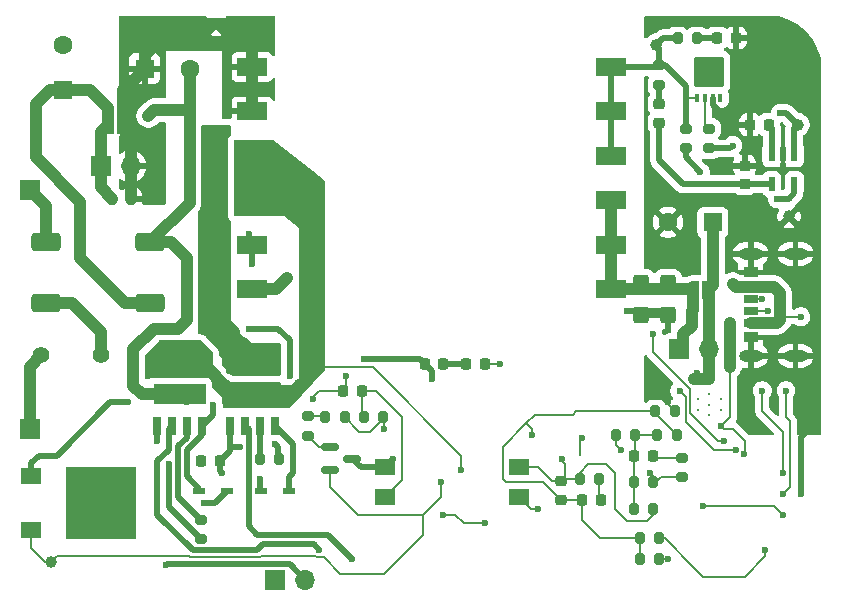
<source format=gbr>
%TF.GenerationSoftware,KiCad,Pcbnew,9.0.5*%
%TF.CreationDate,2025-10-24T12:46:40+03:00*%
%TF.ProjectId,40W SMPS,34305720-534d-4505-932e-6b696361645f,rev?*%
%TF.SameCoordinates,Original*%
%TF.FileFunction,Copper,L1,Top*%
%TF.FilePolarity,Positive*%
%FSLAX46Y46*%
G04 Gerber Fmt 4.6, Leading zero omitted, Abs format (unit mm)*
G04 Created by KiCad (PCBNEW 9.0.5) date 2025-10-24 12:46:40*
%MOMM*%
%LPD*%
G01*
G04 APERTURE LIST*
G04 Aperture macros list*
%AMRoundRect*
0 Rectangle with rounded corners*
0 $1 Rounding radius*
0 $2 $3 $4 $5 $6 $7 $8 $9 X,Y pos of 4 corners*
0 Add a 4 corners polygon primitive as box body*
4,1,4,$2,$3,$4,$5,$6,$7,$8,$9,$2,$3,0*
0 Add four circle primitives for the rounded corners*
1,1,$1+$1,$2,$3*
1,1,$1+$1,$4,$5*
1,1,$1+$1,$6,$7*
1,1,$1+$1,$8,$9*
0 Add four rect primitives between the rounded corners*
20,1,$1+$1,$2,$3,$4,$5,0*
20,1,$1+$1,$4,$5,$6,$7,0*
20,1,$1+$1,$6,$7,$8,$9,0*
20,1,$1+$1,$8,$9,$2,$3,0*%
%AMFreePoly0*
4,1,23,0.500000,-0.750000,0.000000,-0.750000,0.000000,-0.745722,-0.065263,-0.745722,-0.191342,-0.711940,-0.304381,-0.646677,-0.396677,-0.554381,-0.461940,-0.441342,-0.495722,-0.315263,-0.495722,-0.250000,-0.500000,-0.250000,-0.500000,0.250000,-0.495722,0.250000,-0.495722,0.315263,-0.461940,0.441342,-0.396677,0.554381,-0.304381,0.646677,-0.191342,0.711940,-0.065263,0.745722,0.000000,0.745722,
0.000000,0.750000,0.500000,0.750000,0.500000,-0.750000,0.500000,-0.750000,$1*%
%AMFreePoly1*
4,1,23,0.000000,0.745722,0.065263,0.745722,0.191342,0.711940,0.304381,0.646677,0.396677,0.554381,0.461940,0.441342,0.495722,0.315263,0.495722,0.250000,0.500000,0.250000,0.500000,-0.250000,0.495722,-0.250000,0.495722,-0.315263,0.461940,-0.441342,0.396677,-0.554381,0.304381,-0.646677,0.191342,-0.711940,0.065263,-0.745722,0.000000,-0.745722,0.000000,-0.750000,-0.500000,-0.750000,
-0.500000,0.750000,0.000000,0.750000,0.000000,0.745722,0.000000,0.745722,$1*%
G04 Aperture macros list end*
%TA.AperFunction,SMDPad,CuDef*%
%ADD10RoundRect,0.200000X-0.200000X-0.275000X0.200000X-0.275000X0.200000X0.275000X-0.200000X0.275000X0*%
%TD*%
%TA.AperFunction,SMDPad,CuDef*%
%ADD11RoundRect,0.200000X0.275000X-0.200000X0.275000X0.200000X-0.275000X0.200000X-0.275000X-0.200000X0*%
%TD*%
%TA.AperFunction,SMDPad,CuDef*%
%ADD12C,1.000000*%
%TD*%
%TA.AperFunction,SMDPad,CuDef*%
%ADD13RoundRect,0.225000X0.225000X0.250000X-0.225000X0.250000X-0.225000X-0.250000X0.225000X-0.250000X0*%
%TD*%
%TA.AperFunction,SMDPad,CuDef*%
%ADD14R,0.635000X1.556000*%
%TD*%
%TA.AperFunction,SMDPad,CuDef*%
%ADD15R,4.443115X0.885250*%
%TD*%
%TA.AperFunction,SMDPad,CuDef*%
%ADD16R,4.467500X1.753000*%
%TD*%
%TA.AperFunction,SMDPad,CuDef*%
%ADD17RoundRect,0.250000X-0.425000X0.450000X-0.425000X-0.450000X0.425000X-0.450000X0.425000X0.450000X0*%
%TD*%
%TA.AperFunction,ComponentPad*%
%ADD18C,1.408000*%
%TD*%
%TA.AperFunction,SMDPad,CuDef*%
%ADD19RoundRect,0.218750X0.218750X0.256250X-0.218750X0.256250X-0.218750X-0.256250X0.218750X-0.256250X0*%
%TD*%
%TA.AperFunction,ComponentPad*%
%ADD20R,1.700000X1.700000*%
%TD*%
%TA.AperFunction,SMDPad,CuDef*%
%ADD21RoundRect,0.225000X-0.225000X-0.250000X0.225000X-0.250000X0.225000X0.250000X-0.225000X0.250000X0*%
%TD*%
%TA.AperFunction,ComponentPad*%
%ADD22O,1.700000X1.700000*%
%TD*%
%TA.AperFunction,SMDPad,CuDef*%
%ADD23RoundRect,0.073750X-0.221250X0.531250X-0.221250X-0.531250X0.221250X-0.531250X0.221250X0.531250X0*%
%TD*%
%TA.AperFunction,SMDPad,CuDef*%
%ADD24RoundRect,0.200000X-0.275000X0.200000X-0.275000X-0.200000X0.275000X-0.200000X0.275000X0.200000X0*%
%TD*%
%TA.AperFunction,SMDPad,CuDef*%
%ADD25R,1.075000X0.500000*%
%TD*%
%TA.AperFunction,ComponentPad*%
%ADD26R,1.600000X1.600000*%
%TD*%
%TA.AperFunction,ComponentPad*%
%ADD27C,1.600000*%
%TD*%
%TA.AperFunction,SMDPad,CuDef*%
%ADD28FreePoly0,0.000000*%
%TD*%
%TA.AperFunction,SMDPad,CuDef*%
%ADD29FreePoly1,0.000000*%
%TD*%
%TA.AperFunction,SMDPad,CuDef*%
%ADD30R,1.150000X0.700000*%
%TD*%
%TA.AperFunction,SMDPad,CuDef*%
%ADD31R,1.150000X0.800000*%
%TD*%
%TA.AperFunction,SMDPad,CuDef*%
%ADD32R,1.150000X0.900000*%
%TD*%
%TA.AperFunction,ComponentPad*%
%ADD33O,2.000000X1.000000*%
%TD*%
%TA.AperFunction,SMDPad,CuDef*%
%ADD34RoundRect,0.218750X0.256250X-0.218750X0.256250X0.218750X-0.256250X0.218750X-0.256250X-0.218750X0*%
%TD*%
%TA.AperFunction,SMDPad,CuDef*%
%ADD35RoundRect,0.200000X0.200000X0.275000X-0.200000X0.275000X-0.200000X-0.275000X0.200000X-0.275000X0*%
%TD*%
%TA.AperFunction,SMDPad,CuDef*%
%ADD36R,2.500000X1.520000*%
%TD*%
%TA.AperFunction,SMDPad,CuDef*%
%ADD37RoundRect,0.100000X0.100000X-0.250000X0.100000X0.250000X-0.100000X0.250000X-0.100000X-0.250000X0*%
%TD*%
%TA.AperFunction,SMDPad,CuDef*%
%ADD38RoundRect,0.062750X1.212250X-1.192250X1.212250X1.192250X-1.212250X1.192250X-1.212250X-1.192250X0*%
%TD*%
%TA.AperFunction,ComponentPad*%
%ADD39C,0.300000*%
%TD*%
%TA.AperFunction,SMDPad,CuDef*%
%ADD40RoundRect,0.225000X0.250000X-0.225000X0.250000X0.225000X-0.250000X0.225000X-0.250000X-0.225000X0*%
%TD*%
%TA.AperFunction,SMDPad,CuDef*%
%ADD41RoundRect,0.225000X-0.250000X0.225000X-0.250000X-0.225000X0.250000X-0.225000X0.250000X0.225000X0*%
%TD*%
%TA.AperFunction,SMDPad,CuDef*%
%ADD42R,1.700000X1.450000*%
%TD*%
%TA.AperFunction,SMDPad,CuDef*%
%ADD43RoundRect,0.150000X-0.587500X-0.150000X0.587500X-0.150000X0.587500X0.150000X-0.587500X0.150000X0*%
%TD*%
%TA.AperFunction,SMDPad,CuDef*%
%ADD44R,1.800000X1.400000*%
%TD*%
%TA.AperFunction,SMDPad,CuDef*%
%ADD45R,5.970000X6.100000*%
%TD*%
%TA.AperFunction,SMDPad,CuDef*%
%ADD46RoundRect,0.250000X-0.985000X0.505000X-0.985000X-0.505000X0.985000X-0.505000X0.985000X0.505000X0*%
%TD*%
%TA.AperFunction,ViaPad*%
%ADD47C,0.600000*%
%TD*%
%TA.AperFunction,Conductor*%
%ADD48C,1.000000*%
%TD*%
%TA.AperFunction,Conductor*%
%ADD49C,0.500000*%
%TD*%
%TA.AperFunction,Conductor*%
%ADD50C,0.200000*%
%TD*%
G04 APERTURE END LIST*
D10*
%TO.P,R34,1*%
%TO.N,Net-(D9-common)*%
X224675000Y-74750000D03*
%TO.P,R34,2*%
%TO.N,GND2*%
X226325000Y-74750000D03*
%TD*%
D11*
%TO.P,R20,1*%
%TO.N,Net-(U4-VG)*%
X229250000Y-52500000D03*
%TO.P,R20,2*%
%TO.N,Net-(Q2-G)*%
X229250000Y-50850000D03*
%TD*%
%TO.P,R23,1*%
%TO.N,Net-(Q3-D)*%
X195250000Y-76825000D03*
%TO.P,R23,2*%
%TO.N,Net-(R22-Pad1)*%
X195250000Y-75175000D03*
%TD*%
D12*
%TO.P,TP8,1,1*%
%TO.N,Net-(JP2-B)*%
X187500000Y-42000000D03*
%TD*%
D13*
%TO.P,C34,1*%
%TO.N,Net-(C34-Pad1)*%
X220055000Y-82250000D03*
%TO.P,C34,2*%
%TO.N,Net-(D9-common)*%
X218495000Y-82250000D03*
%TD*%
D12*
%TO.P,TP13,1,1*%
%TO.N,/VSW_B*%
X194500000Y-72500000D03*
%TD*%
D14*
%TO.P,U3,1,VCC*%
%TO.N,/PRI_BIAS*%
X182474760Y-75997000D03*
%TO.P,U3,2,PWM*%
%TO.N,/PWML*%
X183749760Y-75997000D03*
%TO.P,U3,3,VDD*%
%TO.N,Net-(U3-VDD)*%
X184999760Y-75997000D03*
%TO.P,U3,4,Dz*%
%TO.N,Net-(D3-K)*%
X186279750Y-76000000D03*
%TO.P,U3,5,D*%
%TO.N,/VSW_B*%
X182474760Y-70747000D03*
%TO.P,U3,6,D*%
X183749760Y-70747000D03*
%TO.P,U3,7,D*%
X184999760Y-70747000D03*
D15*
%TO.P,U3,8,D*%
X184375692Y-71192625D03*
D14*
X186279750Y-70750000D03*
D16*
%TO.P,U3,S,S*%
%TO.N,GND*%
X184416010Y-73273500D03*
%TD*%
D17*
%TO.P,C21,1*%
%TO.N,Net-(JP3-A)*%
X223500000Y-63900000D03*
%TO.P,C21,2*%
%TO.N,GND2*%
X223500000Y-66600000D03*
%TD*%
D18*
%TO.P,F1,1*%
%TO.N,Net-(J1-Pin_1)*%
X172710000Y-70000000D03*
%TO.P,F1,2*%
%TO.N,Net-(DB1-AC-Pad4)*%
X177790000Y-70000000D03*
%TD*%
D19*
%TO.P,D5,1,K*%
%TO.N,Net-(D5-K)*%
X187787500Y-79000000D03*
%TO.P,D5,2,A*%
%TO.N,/PRI_BIAS*%
X186212500Y-79000000D03*
%TD*%
D10*
%TO.P,R24,1*%
%TO.N,Net-(C28-Pad2)*%
X199987500Y-75250000D03*
%TO.P,R24,2*%
%TO.N,/FB*%
X201637500Y-75250000D03*
%TD*%
D20*
%TO.P,J2,1,Pin_1*%
%TO.N,Net-(J2-Pin_1)*%
X171750000Y-56000000D03*
%TD*%
D11*
%TO.P,R17,1*%
%TO.N,Net-(D8-A)*%
X225000000Y-47112500D03*
%TO.P,R17,2*%
%TO.N,Net-(Q2-D)*%
X225000000Y-45462500D03*
%TD*%
D21*
%TO.P,C27,1*%
%TO.N,Net-(C24-Pad2)*%
X208690000Y-70750000D03*
%TO.P,C27,2*%
%TO.N,GND2*%
X210250000Y-70750000D03*
%TD*%
D20*
%TO.P,L2,1,1*%
%TO.N,Net-(JP3-A)*%
X226725000Y-69500000D03*
D22*
%TO.P,L2,2,2*%
%TO.N,/VBUS*%
X229265000Y-69500000D03*
%TD*%
D23*
%TO.P,U4,1,VG*%
%TO.N,Net-(U4-VG)*%
X236450000Y-52995000D03*
%TO.P,U4,2,VS*%
%TO.N,GND2*%
X235500000Y-52995000D03*
%TO.P,U4,3,REG*%
%TO.N,Net-(U4-REG)*%
X234550000Y-52995000D03*
%TO.P,U4,4,VDD*%
%TO.N,Net-(D8-K)*%
X234550000Y-55505000D03*
%TO.P,U4,5,VD*%
%TO.N,Net-(U4-VD)*%
X236450000Y-55505000D03*
%TD*%
D13*
%TO.P,C20,1*%
%TO.N,Net-(U4-REG)*%
X234280000Y-50500000D03*
%TO.P,C20,2*%
%TO.N,GND2*%
X232720000Y-50500000D03*
%TD*%
D24*
%TO.P,R16,1*%
%TO.N,Net-(U3-VDD)*%
X186250000Y-83925000D03*
%TO.P,R16,2*%
%TO.N,Net-(C17-Pad1)*%
X186250000Y-85575000D03*
%TD*%
D10*
%TO.P,R33,1*%
%TO.N,Net-(C32-Pad1)*%
X222850000Y-83000000D03*
%TO.P,R33,2*%
%TO.N,Net-(D9-K)*%
X224500000Y-83000000D03*
%TD*%
D20*
%TO.P,L1,1,1*%
%TO.N,Net-(DB1-+)*%
X177725000Y-54000000D03*
D22*
%TO.P,L1,2,2*%
%TO.N,Net-(JP2-B)*%
X180265000Y-54000000D03*
%TD*%
D25*
%TO.P,D7,1,K*%
%TO.N,Net-(D3-K)*%
X186088000Y-81500000D03*
%TO.P,D7,2,A*%
%TO.N,GND*%
X188412000Y-81500000D03*
%TD*%
D26*
%TO.P,C23,1*%
%TO.N,/VBUS*%
X229552651Y-58750000D03*
D27*
%TO.P,C23,2*%
%TO.N,GND2*%
X225752651Y-58750000D03*
%TD*%
D10*
%TO.P,R35,1*%
%TO.N,/VBUS*%
X221350000Y-76750000D03*
%TO.P,R35,2*%
%TO.N,Net-(C32-Pad1)*%
X223000000Y-76750000D03*
%TD*%
%TO.P,R8,1*%
%TO.N,Net-(DB1-+)*%
X178675000Y-56750000D03*
%TO.P,R8,2*%
%TO.N,Net-(JP2-B)*%
X180325000Y-56750000D03*
%TD*%
D21*
%TO.P,C28,1*%
%TO.N,/REF*%
X198282500Y-73000000D03*
%TO.P,C28,2*%
%TO.N,Net-(C28-Pad2)*%
X199842500Y-73000000D03*
%TD*%
D25*
%TO.P,D6,1,K*%
%TO.N,Net-(D6-K)*%
X193662000Y-81500000D03*
%TO.P,D6,2,A*%
%TO.N,/VSW_B*%
X191338000Y-81500000D03*
%TD*%
D12*
%TO.P,TP3,1,1*%
%TO.N,/RUN EN*%
X173500000Y-87500000D03*
%TD*%
D28*
%TO.P,JP3,1,A*%
%TO.N,Net-(JP3-A)*%
X227850000Y-64500000D03*
D29*
%TO.P,JP3,2,B*%
%TO.N,/VBUS*%
X229150000Y-64500000D03*
%TD*%
D10*
%TO.P,R36,1*%
%TO.N,Net-(C32-Pad1)*%
X224850000Y-76750000D03*
%TO.P,R36,2*%
%TO.N,Net-(D9-common)*%
X226500000Y-76750000D03*
%TD*%
D26*
%TO.P,C3,1*%
%TO.N,Net-(DB1-+)*%
X174500000Y-47550000D03*
D27*
%TO.P,C3,2*%
%TO.N,GND*%
X174500000Y-43750000D03*
%TD*%
D28*
%TO.P,JP2,1,A*%
%TO.N,Net-(DB1-+)*%
X178350000Y-50500000D03*
D29*
%TO.P,JP2,2,B*%
%TO.N,Net-(JP2-B)*%
X179650000Y-50500000D03*
%TD*%
D12*
%TO.P,TP10,1,1*%
%TO.N,Net-(Q2-D)*%
X224750000Y-43750000D03*
%TD*%
D30*
%TO.P,J3,A5,CC1*%
%TO.N,/CC1*%
X232750000Y-66250000D03*
D31*
%TO.P,J3,A9,V-BUS*%
%TO.N,/V-BUS*%
X232750000Y-64230000D03*
D32*
%TO.P,J3,A12,GND*%
%TO.N,GND2*%
X232750000Y-63000000D03*
D30*
%TO.P,J3,B5,CC2*%
%TO.N,/CC2*%
X232750000Y-65250000D03*
D31*
%TO.P,J3,B9,V-BUS*%
%TO.N,/V-BUS*%
X232750000Y-67270000D03*
D32*
%TO.P,J3,B12,GND*%
%TO.N,GND2*%
X232750000Y-68500000D03*
D33*
%TO.P,J3,S1,SHIELD*%
X232755000Y-70070000D03*
%TO.P,J3,S2,SHIELD*%
X232755000Y-61430000D03*
%TO.P,J3,S3,SHIELD*%
X236555000Y-70070000D03*
%TO.P,J3,S4,SHIELD*%
X236555000Y-61430000D03*
%TD*%
D12*
%TO.P,TP14,1,1*%
%TO.N,GND2*%
X236000000Y-58250000D03*
%TD*%
D34*
%TO.P,D8,1,K*%
%TO.N,Net-(D8-K)*%
X225000000Y-50325000D03*
%TO.P,D8,2,A*%
%TO.N,Net-(D8-A)*%
X225000000Y-48750000D03*
%TD*%
D35*
%TO.P,R18,1*%
%TO.N,Net-(C19-Pad1)*%
X228225000Y-43150000D03*
%TO.P,R18,2*%
%TO.N,Net-(Q2-D)*%
X226575000Y-43150000D03*
%TD*%
D10*
%TO.P,R15,1*%
%TO.N,Net-(U2-VDD)*%
X191175000Y-78750000D03*
%TO.P,R15,2*%
%TO.N,Net-(C16-Pad1)*%
X192825000Y-78750000D03*
%TD*%
D35*
%TO.P,R30,1*%
%TO.N,Net-(C34-Pad1)*%
X219925000Y-80500000D03*
%TO.P,R30,2*%
%TO.N,Net-(D9-K)*%
X218275000Y-80500000D03*
%TD*%
D14*
%TO.P,U2,1,VCC*%
%TO.N,Net-(D5-K)*%
X188695010Y-75997000D03*
%TO.P,U2,2,PWM*%
%TO.N,/PWMH*%
X189970010Y-75997000D03*
%TO.P,U2,3,VDD*%
%TO.N,Net-(U2-VDD)*%
X191220010Y-75997000D03*
%TO.P,U2,4,Dz*%
%TO.N,Net-(D6-K)*%
X192500000Y-76000000D03*
%TO.P,U2,5,D*%
%TO.N,/VIN*%
X188695010Y-70747000D03*
%TO.P,U2,6,D*%
X189970010Y-70747000D03*
%TO.P,U2,7,D*%
X191220010Y-70747000D03*
D15*
%TO.P,U2,8,D*%
X190595942Y-71192625D03*
D14*
X192500000Y-70750000D03*
D16*
%TO.P,U2,S,S*%
%TO.N,/VSW_B*%
X190636260Y-73273500D03*
%TD*%
D20*
%TO.P,J1,1,Pin_1*%
%TO.N,Net-(J1-Pin_1)*%
X171750000Y-76250000D03*
%TD*%
D11*
%TO.P,R19,1*%
%TO.N,Net-(U4-VD)*%
X227250000Y-52500000D03*
%TO.P,R19,2*%
%TO.N,Net-(Q2-D)*%
X227250000Y-50850000D03*
%TD*%
D12*
%TO.P,TP15,1,1*%
%TO.N,Net-(U4-VG)*%
X236750000Y-50500000D03*
%TD*%
D24*
%TO.P,R31,1*%
%TO.N,Net-(C32-Pad2)*%
X226925000Y-78675000D03*
%TO.P,R31,2*%
%TO.N,Net-(R29-Pad2)*%
X226925000Y-80325000D03*
%TD*%
D21*
%TO.P,C19,1*%
%TO.N,Net-(C19-Pad1)*%
X229945000Y-43150000D03*
%TO.P,C19,2*%
%TO.N,GND2*%
X231505000Y-43150000D03*
%TD*%
D10*
%TO.P,R38,1*%
%TO.N,Net-(D9-common)*%
X223350000Y-85500000D03*
%TO.P,R38,2*%
%TO.N,/CTL1*%
X225000000Y-85500000D03*
%TD*%
D36*
%TO.P,T1,1,1*%
%TO.N,Net-(JP2-B)*%
X190560000Y-45600000D03*
%TO.P,T1,2,2*%
X190560000Y-49360000D03*
%TO.P,T1,3,3*%
%TO.N,/VSW_B*%
X190560000Y-53120000D03*
%TO.P,T1,4,4*%
X190560000Y-56880000D03*
%TO.P,T1,5,5*%
%TO.N,Net-(D4-A)*%
X190560000Y-60640000D03*
%TO.P,T1,6,6*%
%TO.N,GND*%
X190560000Y-64400000D03*
%TO.P,T1,7,7*%
%TO.N,Net-(JP3-A)*%
X220940000Y-64400000D03*
%TO.P,T1,8,8*%
X220940000Y-60640000D03*
%TO.P,T1,9,9*%
X220940000Y-56880000D03*
%TO.P,T1,10,10*%
%TO.N,Net-(Q2-D)*%
X220940000Y-53120000D03*
%TO.P,T1,11,11*%
X220940000Y-49360000D03*
%TO.P,T1,12,12*%
X220940000Y-45600000D03*
%TD*%
D37*
%TO.P,Q2,1,D*%
%TO.N,Net-(Q2-D)*%
X228250000Y-48200000D03*
%TO.P,Q2,2,G*%
%TO.N,Net-(Q2-G)*%
X228900000Y-48200000D03*
%TO.P,Q2,3,S*%
%TO.N,GND2*%
X229550000Y-48200000D03*
%TO.P,Q2,4*%
%TO.N,N/C*%
X230200000Y-48200000D03*
D38*
%TO.P,Q2,5*%
X229225000Y-46005000D03*
D39*
%TO.P,Q2,6*%
X228250000Y-46405000D03*
%TO.P,Q2,7*%
X228250000Y-45500000D03*
%TO.P,Q2,8*%
X229225000Y-46857000D03*
%TO.P,Q2,9*%
X229225000Y-45952000D03*
%TO.P,Q2,10*%
X229225000Y-45047000D03*
%TO.P,Q2,11*%
X230200000Y-46405000D03*
%TO.P,Q2,12*%
X230200000Y-45500000D03*
%TD*%
D40*
%TO.P,C18,1*%
%TO.N,Net-(D8-K)*%
X232250000Y-55530000D03*
%TO.P,C18,2*%
%TO.N,GND2*%
X232250000Y-53970000D03*
%TD*%
D21*
%TO.P,C24,1*%
%TO.N,GND*%
X205190000Y-70750000D03*
%TO.P,C24,2*%
%TO.N,Net-(C24-Pad2)*%
X206750000Y-70750000D03*
%TD*%
D26*
%TO.P,C4,1*%
%TO.N,Net-(JP2-B)*%
X181447349Y-45750000D03*
D27*
%TO.P,C4,2*%
%TO.N,GND*%
X185247349Y-45750000D03*
%TD*%
D12*
%TO.P,TP12,1,1*%
%TO.N,Net-(JP3-A)*%
X227750000Y-66500000D03*
%TD*%
D41*
%TO.P,C33,1*%
%TO.N,Net-(D9-K)*%
X216675000Y-80690000D03*
%TO.P,C33,2*%
%TO.N,Net-(D9-common)*%
X216675000Y-82250000D03*
%TD*%
D21*
%TO.P,C32,1*%
%TO.N,Net-(C32-Pad1)*%
X222895000Y-78500000D03*
%TO.P,C32,2*%
%TO.N,Net-(C32-Pad2)*%
X224455000Y-78500000D03*
%TD*%
D10*
%TO.P,R29,1*%
%TO.N,Net-(C32-Pad1)*%
X222850000Y-80750000D03*
%TO.P,R29,2*%
%TO.N,Net-(R29-Pad2)*%
X224500000Y-80750000D03*
%TD*%
%TO.P,R22,1*%
%TO.N,Net-(R22-Pad1)*%
X196737500Y-75250000D03*
%TO.P,R22,2*%
%TO.N,/FB*%
X198387500Y-75250000D03*
%TD*%
D17*
%TO.P,C22,1*%
%TO.N,Net-(JP3-A)*%
X225750000Y-63900000D03*
%TO.P,C22,2*%
%TO.N,GND2*%
X225750000Y-66600000D03*
%TD*%
D42*
%TO.P,U5,1*%
%TO.N,Net-(R29-Pad2)*%
X213170000Y-82020000D03*
%TO.P,U5,2*%
%TO.N,Net-(D9-K)*%
X213170000Y-79480000D03*
%TO.P,U5,3*%
%TO.N,GND*%
X201830000Y-79480000D03*
%TO.P,U5,4*%
%TO.N,Net-(C28-Pad2)*%
X201830000Y-82020000D03*
%TD*%
D43*
%TO.P,Q3,1,D*%
%TO.N,Net-(Q3-D)*%
X197125000Y-77800000D03*
%TO.P,Q3,2,G*%
%TO.N,/RUN EN*%
X197125000Y-79700000D03*
%TO.P,Q3,3,S*%
%TO.N,GND*%
X199000000Y-78750000D03*
%TD*%
D10*
%TO.P,R39,1*%
%TO.N,Net-(D9-common)*%
X223350000Y-87250000D03*
%TO.P,R39,2*%
%TO.N,/CTL2*%
X225000000Y-87250000D03*
%TD*%
D44*
%TO.P,D3,1,K*%
%TO.N,Net-(D3-K)*%
X171830000Y-80215000D03*
%TO.P,D3,2,A*%
%TO.N,/RUN EN*%
X171830000Y-84785000D03*
D45*
%TO.P,D3,3*%
%TO.N,N/C*%
X177750000Y-82500000D03*
%TD*%
D46*
%TO.P,DB1,1,+*%
%TO.N,Net-(DB1-+)*%
X181910000Y-65550000D03*
%TO.P,DB1,2,-*%
%TO.N,GND*%
X181910000Y-60450000D03*
%TO.P,DB1,3,AC*%
%TO.N,Net-(J2-Pin_1)*%
X173090000Y-60450000D03*
%TO.P,DB1,4,AC*%
%TO.N,Net-(DB1-AC-Pad4)*%
X173090000Y-65550000D03*
%TD*%
D39*
%TO.P,Q4,6*%
%TO.N,N/C*%
X228275000Y-73745000D03*
%TO.P,Q4,7*%
X228275000Y-74650000D03*
%TO.P,Q4,8*%
X229250000Y-73293000D03*
%TO.P,Q4,9*%
X229250000Y-74198000D03*
%TO.P,Q4,10*%
X229250000Y-75103000D03*
%TO.P,Q4,11*%
X230225000Y-73745000D03*
%TO.P,Q4,12*%
X230225000Y-74650000D03*
%TD*%
D20*
%TO.P,TH1,1*%
%TO.N,Net-(JP1-B)*%
X192475000Y-89000000D03*
D22*
%TO.P,TH1,2*%
%TO.N,GND*%
X195015000Y-89000000D03*
%TD*%
D47*
%TO.N,GND*%
X181750000Y-49750000D03*
X186500000Y-82500000D03*
X202500000Y-78750000D03*
X200000000Y-70350000D03*
X185000000Y-74000000D03*
X205750000Y-72000000D03*
X193500000Y-63500000D03*
X183250000Y-87750000D03*
X184000000Y-67750000D03*
X180500000Y-71000000D03*
%TO.N,/VIN*%
X187250000Y-57000000D03*
X187250000Y-54750000D03*
X188250000Y-51250000D03*
X187140000Y-51360000D03*
X188250000Y-53000000D03*
X187250000Y-53000000D03*
X188250000Y-56000000D03*
X188250000Y-54750000D03*
X187250000Y-53000000D03*
X187250000Y-56000000D03*
%TO.N,/PRI_BIAS*%
X182500000Y-77250000D03*
X186250000Y-79000000D03*
%TO.N,GND2*%
X211500000Y-70750000D03*
X237030000Y-81750000D03*
X238250000Y-75750000D03*
X222250000Y-66250000D03*
X225750000Y-74000000D03*
X237500000Y-47250000D03*
X235000000Y-47250000D03*
X218500000Y-77000000D03*
X232750000Y-47250000D03*
X230250000Y-49500000D03*
%TO.N,/VBUS*%
X228000000Y-72000000D03*
X228250000Y-71500000D03*
X221750000Y-78000000D03*
%TO.N,Net-(C16-Pad1)*%
X192500000Y-77500000D03*
%TO.N,Net-(D3-K)*%
X187250000Y-74250000D03*
X180000000Y-74000000D03*
%TO.N,/REF*%
X195720000Y-73750000D03*
X198500000Y-71750000D03*
%TO.N,/HVG*%
X210250000Y-84250000D03*
X206750000Y-83500000D03*
%TO.N,Net-(C17-Pad1)*%
X183530331Y-79219669D03*
%TO.N,Net-(D5-K)*%
X189500000Y-77750000D03*
X188000000Y-80000000D03*
%TO.N,/VSW_B*%
X208250000Y-79750000D03*
X191250000Y-80500000D03*
X190000000Y-73500000D03*
%TO.N,Net-(D9-common)*%
X214250000Y-76750000D03*
%TO.N,Net-(D9-K)*%
X216750000Y-78750000D03*
%TO.N,/CC1*%
X234250000Y-66250000D03*
X235470000Y-80000000D03*
X233750000Y-73000000D03*
%TO.N,/ISNS*%
X230500000Y-77250000D03*
X224500000Y-68250000D03*
%TO.N,/V-BUS*%
X231250000Y-64000000D03*
X237000000Y-66750000D03*
%TO.N,/CC2*%
X235470000Y-81750000D03*
X235750000Y-73000000D03*
X233750000Y-65250000D03*
%TO.N,Net-(U6-DVDD)*%
X235500000Y-83500000D03*
X228750000Y-82750000D03*
%TO.N,/RUN EN*%
X206500000Y-80750000D03*
%TO.N,Net-(D4-A)*%
X190500000Y-62250000D03*
X190250000Y-59750000D03*
%TO.N,/GDNS*%
X231000000Y-71000000D03*
X232230288Y-78401893D03*
X230250000Y-76000000D03*
X231000000Y-67250000D03*
%TO.N,/VS*%
X193750000Y-71750000D03*
X190250000Y-67750000D03*
%TO.N,/FB*%
X201750000Y-76250000D03*
%TO.N,Net-(U4-VD)*%
X235000000Y-56750000D03*
X228500000Y-54500000D03*
%TO.N,/GDNG*%
X231500000Y-78000000D03*
X226750000Y-73000000D03*
%TO.N,Net-(U4-VG)*%
X235250000Y-49500000D03*
X231250000Y-52250000D03*
%TO.N,/CTL2*%
X225750000Y-87250000D03*
%TO.N,/CTL1*%
X234000000Y-86500000D03*
%TO.N,/PWMH*%
X199000000Y-87250000D03*
%TO.N,/PWML*%
X196250000Y-86500000D03*
%TO.N,Net-(R29-Pad2)*%
X214750000Y-83000000D03*
X224250000Y-80000000D03*
%TD*%
D48*
%TO.N,Net-(JP3-A)*%
X227750000Y-66250000D02*
X227850000Y-66150000D01*
X227850000Y-66150000D02*
X227850000Y-64500000D01*
X227750000Y-67500000D02*
X227750000Y-66250000D01*
X227000000Y-68250000D02*
X227750000Y-67500000D01*
X227000000Y-69750000D02*
X227000000Y-68250000D01*
D49*
%TO.N,GND*%
X204790000Y-70350000D02*
X205190000Y-70750000D01*
D48*
X185000000Y-61750000D02*
X183700000Y-60450000D01*
X184000000Y-67750000D02*
X184250000Y-67750000D01*
D49*
X199730000Y-79480000D02*
X199000000Y-78750000D01*
X202500000Y-78750000D02*
X202500000Y-78810000D01*
D48*
X182250000Y-67750000D02*
X184000000Y-67750000D01*
X181182260Y-73273500D02*
X180500000Y-72591240D01*
X185247349Y-57112651D02*
X185247349Y-49250000D01*
X184416010Y-73273500D02*
X181182260Y-73273500D01*
X185000000Y-67000000D02*
X185000000Y-61750000D01*
X183700000Y-60450000D02*
X181910000Y-60450000D01*
D49*
X185000000Y-73857490D02*
X184416010Y-73273500D01*
X205750000Y-71310000D02*
X205190000Y-70750000D01*
D48*
X190560000Y-64400000D02*
X192600000Y-64400000D01*
D49*
X201830000Y-79480000D02*
X199730000Y-79480000D01*
D48*
X185247349Y-49250000D02*
X182250000Y-49250000D01*
D49*
X183301000Y-87699000D02*
X183250000Y-87750000D01*
X193714000Y-87699000D02*
X183301000Y-87699000D01*
D48*
X185247349Y-49250000D02*
X185247349Y-45750000D01*
D49*
X200000000Y-70350000D02*
X204790000Y-70350000D01*
X205750000Y-72000000D02*
X205750000Y-71310000D01*
D48*
X192600000Y-64400000D02*
X193500000Y-63500000D01*
D49*
X185000000Y-74000000D02*
X185000000Y-73857490D01*
X195015000Y-89000000D02*
X193714000Y-87699000D01*
D48*
X181910000Y-60450000D02*
X185247349Y-57112651D01*
X180500000Y-69500000D02*
X182250000Y-67750000D01*
X180500000Y-72591240D02*
X180500000Y-69500000D01*
D49*
X188412000Y-81500000D02*
X187412000Y-82500000D01*
X187412000Y-82500000D02*
X186500000Y-82500000D01*
D48*
X184250000Y-67750000D02*
X185000000Y-67000000D01*
D49*
X202500000Y-78810000D02*
X201830000Y-79480000D01*
D48*
X182250000Y-49250000D02*
X181750000Y-49750000D01*
%TO.N,Net-(DB1-+)*%
X176800000Y-47550000D02*
X178350000Y-49100000D01*
X172250000Y-53250000D02*
X172250000Y-48750000D01*
X177725000Y-51125000D02*
X178350000Y-50500000D01*
X174500000Y-47550000D02*
X176800000Y-47550000D01*
X177725000Y-55800000D02*
X177725000Y-51125000D01*
X178350000Y-49100000D02*
X178350000Y-50500000D01*
X173450000Y-47550000D02*
X174500000Y-47550000D01*
X176000000Y-57000000D02*
X172250000Y-53250000D01*
X178675000Y-56750000D02*
X177725000Y-55800000D01*
X176000000Y-61750000D02*
X176000000Y-57000000D01*
X181910000Y-65550000D02*
X179800000Y-65550000D01*
X179800000Y-65550000D02*
X176000000Y-61750000D01*
X172250000Y-48750000D02*
X173450000Y-47550000D01*
%TO.N,/VIN*%
X187500000Y-57250000D02*
X187250000Y-57000000D01*
X189970010Y-70747000D02*
X189747000Y-70747000D01*
X187500000Y-68500000D02*
X187500000Y-57250000D01*
X189747000Y-70747000D02*
X187500000Y-68500000D01*
D49*
%TO.N,/PRI_BIAS*%
X182500000Y-77250000D02*
X182500000Y-76022240D01*
X182500000Y-76022240D02*
X182474760Y-75997000D01*
D50*
%TO.N,GND2*%
X218310000Y-77190000D02*
X218500000Y-77000000D01*
D49*
X229550000Y-48800000D02*
X230250000Y-49500000D01*
D50*
X225750000Y-74000000D02*
X225750000Y-74175000D01*
D49*
X229550000Y-48200000D02*
X229550000Y-48800000D01*
X223500000Y-66280000D02*
X222280000Y-66280000D01*
D50*
X225750000Y-74175000D02*
X226325000Y-74750000D01*
D49*
X225250000Y-66280000D02*
X223500000Y-66280000D01*
D50*
X211500000Y-70750000D02*
X210250000Y-70750000D01*
D49*
X237030000Y-76970000D02*
X238250000Y-75750000D01*
X237030000Y-81750000D02*
X237030000Y-76970000D01*
X222280000Y-66280000D02*
X222250000Y-66250000D01*
D50*
X218310000Y-78470000D02*
X218310000Y-77190000D01*
D48*
%TO.N,Net-(JP2-B)*%
X181447349Y-44552651D02*
X184000000Y-42000000D01*
X181447349Y-45750000D02*
X181447349Y-44552651D01*
X179650000Y-47547349D02*
X181447349Y-45750000D01*
X184000000Y-42000000D02*
X187500000Y-42000000D01*
X189250000Y-42000000D02*
X187500000Y-42000000D01*
X190560000Y-45600000D02*
X190560000Y-43310000D01*
X190560000Y-43310000D02*
X189250000Y-42000000D01*
X190560000Y-45600000D02*
X190560000Y-49360000D01*
X179650000Y-50500000D02*
X179650000Y-47547349D01*
X180265000Y-56690000D02*
X180265000Y-51115000D01*
X180265000Y-51115000D02*
X179650000Y-50500000D01*
X180325000Y-56750000D02*
X180265000Y-56690000D01*
D50*
%TO.N,/VBUS*%
X221750000Y-78000000D02*
X221350000Y-77600000D01*
D48*
X229150000Y-64500000D02*
X229250000Y-64600000D01*
X229250000Y-72000000D02*
X228000000Y-72000000D01*
D50*
X221350000Y-77600000D02*
X221350000Y-76750000D01*
D48*
X229552651Y-64097349D02*
X229150000Y-64500000D01*
X229250000Y-64600000D02*
X229250000Y-72000000D01*
X229552651Y-58750000D02*
X229552651Y-64097349D01*
D49*
%TO.N,Net-(C16-Pad1)*%
X192500000Y-77500000D02*
X192750000Y-77750000D01*
X192750000Y-77750000D02*
X192750000Y-78675000D01*
X192750000Y-78675000D02*
X192825000Y-78750000D01*
%TO.N,Net-(D3-K)*%
X186088000Y-81500000D02*
X186088000Y-81338000D01*
X185000000Y-78000000D02*
X186279750Y-76720250D01*
X185000000Y-80250000D02*
X185000000Y-78000000D01*
X174000000Y-78500000D02*
X172500000Y-78500000D01*
X187250000Y-75029750D02*
X186279750Y-76000000D01*
X171830000Y-79170000D02*
X171830000Y-80215000D01*
X186088000Y-81338000D02*
X185000000Y-80250000D01*
X178500000Y-74000000D02*
X174000000Y-78500000D01*
X172500000Y-78500000D02*
X171830000Y-79170000D01*
X186279750Y-76720250D02*
X186279750Y-76000000D01*
X187250000Y-74250000D02*
X187250000Y-75029750D01*
X180000000Y-74000000D02*
X178500000Y-74000000D01*
D50*
%TO.N,/REF*%
X196250000Y-73000000D02*
X198282500Y-73000000D01*
X198500000Y-72782500D02*
X198282500Y-73000000D01*
X198500000Y-71750000D02*
X198500000Y-72782500D01*
X195720000Y-73530000D02*
X196250000Y-73000000D01*
X195720000Y-73750000D02*
X195720000Y-73530000D01*
%TO.N,/HVG*%
X207750000Y-83500000D02*
X208500000Y-84250000D01*
X206750000Y-83500000D02*
X207750000Y-83500000D01*
X208500000Y-84250000D02*
X210250000Y-84250000D01*
D49*
%TO.N,Net-(C17-Pad1)*%
X183500000Y-82825000D02*
X186250000Y-85575000D01*
X183500000Y-79250000D02*
X183500000Y-82825000D01*
X183530331Y-79219669D02*
X183500000Y-79250000D01*
%TO.N,Net-(C19-Pad1)*%
X228225000Y-43150000D02*
X229945000Y-43150000D01*
%TO.N,Net-(U4-REG)*%
X234550000Y-50770000D02*
X234280000Y-50500000D01*
X234550000Y-52995000D02*
X234550000Y-50770000D01*
%TO.N,Net-(D5-K)*%
X187787500Y-79787500D02*
X188000000Y-80000000D01*
X188695010Y-75997000D02*
X188695010Y-77750000D01*
X188695010Y-78092490D02*
X187787500Y-79000000D01*
X188695010Y-77750000D02*
X188695010Y-78092490D01*
X187787500Y-79000000D02*
X187787500Y-79787500D01*
X189500000Y-77750000D02*
X188695010Y-77750000D01*
%TO.N,Net-(C24-Pad2)*%
X208690000Y-70750000D02*
X206750000Y-70750000D01*
D48*
%TO.N,Net-(JP3-A)*%
X220940000Y-64400000D02*
X227750000Y-64400000D01*
X220940000Y-56880000D02*
X220940000Y-64400000D01*
X227750000Y-64400000D02*
X227850000Y-64500000D01*
D50*
%TO.N,Net-(C28-Pad2)*%
X201000000Y-73000000D02*
X199842500Y-73000000D01*
X203250000Y-75250000D02*
X201000000Y-73000000D01*
X199842500Y-73000000D02*
X199842500Y-75105000D01*
X199842500Y-75105000D02*
X199987500Y-75250000D01*
X201830000Y-82020000D02*
X203250000Y-80600000D01*
X203250000Y-80600000D02*
X203250000Y-75250000D01*
%TO.N,/VSW_B*%
X200750000Y-71000000D02*
X196143510Y-71000000D01*
D48*
X193870010Y-73273500D02*
X190636260Y-73273500D01*
X195750000Y-58500000D02*
X195750000Y-71393510D01*
X190560000Y-56880000D02*
X194130000Y-56880000D01*
X190636260Y-73273500D02*
X188928260Y-73273500D01*
D49*
X190000000Y-73500000D02*
X190409760Y-73500000D01*
D48*
X188928260Y-73273500D02*
X186847385Y-71192625D01*
D49*
X191250000Y-81412000D02*
X191338000Y-81500000D01*
D50*
X208250000Y-79750000D02*
X208250000Y-78500000D01*
D48*
X190560000Y-53120000D02*
X190560000Y-56880000D01*
X186847385Y-71192625D02*
X184375692Y-71192625D01*
D49*
X190409760Y-73500000D02*
X190636260Y-73273500D01*
D50*
X208250000Y-78500000D02*
X200750000Y-71000000D01*
D48*
X194130000Y-56880000D02*
X195750000Y-58500000D01*
D49*
X191250000Y-80500000D02*
X191250000Y-81412000D01*
D50*
X196143510Y-71000000D02*
X195750000Y-71393510D01*
D48*
X195750000Y-71393510D02*
X193870010Y-73273500D01*
D50*
%TO.N,Net-(C32-Pad2)*%
X224630000Y-78675000D02*
X224455000Y-78500000D01*
X226925000Y-78675000D02*
X224630000Y-78675000D01*
%TO.N,Net-(C32-Pad1)*%
X222850000Y-83000000D02*
X222850000Y-80750000D01*
X223000000Y-78395000D02*
X222895000Y-78500000D01*
X222850000Y-80750000D02*
X222850000Y-78545000D01*
X224850000Y-76750000D02*
X223000000Y-76750000D01*
X222850000Y-78545000D02*
X222895000Y-78500000D01*
X223000000Y-76750000D02*
X223000000Y-78395000D01*
%TO.N,Net-(D9-common)*%
X224675000Y-74750000D02*
X224675000Y-74925000D01*
X216675000Y-82250000D02*
X218495000Y-82250000D01*
X218495000Y-83995000D02*
X218495000Y-82250000D01*
X211750000Y-77750000D02*
X211750000Y-80500000D01*
X223350000Y-85500000D02*
X223350000Y-87250000D01*
X217955000Y-74750000D02*
X217675000Y-75030000D01*
X220000000Y-85500000D02*
X218495000Y-83995000D01*
X217675000Y-75030000D02*
X214470000Y-75030000D01*
X224675000Y-74925000D02*
X226500000Y-76750000D01*
X212000000Y-80750000D02*
X215175000Y-80750000D01*
X213750000Y-75750000D02*
X211750000Y-77750000D01*
X223350000Y-85500000D02*
X220000000Y-85500000D01*
X224675000Y-74750000D02*
X217955000Y-74750000D01*
X214470000Y-75030000D02*
X213750000Y-75750000D01*
X211750000Y-80500000D02*
X212000000Y-80750000D01*
X214250000Y-76250000D02*
X213750000Y-75750000D01*
X215175000Y-80750000D02*
X216675000Y-82250000D01*
X214250000Y-76750000D02*
X214250000Y-76250000D01*
%TO.N,Net-(D9-K)*%
X216675000Y-80690000D02*
X215940000Y-80690000D01*
X215940000Y-80690000D02*
X214730000Y-79480000D01*
X216750000Y-78960000D02*
X216750000Y-78750000D01*
X216865000Y-80500000D02*
X216675000Y-80690000D01*
X224500000Y-83000000D02*
X224500000Y-83500000D01*
X219000000Y-79250000D02*
X218275000Y-79975000D01*
X218275000Y-79975000D02*
X218275000Y-80500000D01*
X214730000Y-79480000D02*
X213170000Y-79480000D01*
X222250000Y-84000000D02*
X221250000Y-83000000D01*
X216675000Y-80690000D02*
X217040000Y-80325000D01*
X217040000Y-79250000D02*
X216750000Y-78960000D01*
X220500000Y-79250000D02*
X219000000Y-79250000D01*
X221250000Y-80000000D02*
X220500000Y-79250000D01*
X224000000Y-84000000D02*
X222250000Y-84000000D01*
X217040000Y-80325000D02*
X217040000Y-79250000D01*
X221250000Y-83000000D02*
X221250000Y-80000000D01*
X224500000Y-83500000D02*
X224000000Y-84000000D01*
X218275000Y-80500000D02*
X216865000Y-80500000D01*
%TO.N,Net-(C34-Pad1)*%
X219925000Y-80500000D02*
X219925000Y-82120000D01*
X219925000Y-82120000D02*
X220055000Y-82250000D01*
%TO.N,/CC1*%
X235470000Y-76470000D02*
X233750000Y-74750000D01*
X234250000Y-66250000D02*
X232750000Y-66250000D01*
X233750000Y-74750000D02*
X233750000Y-73000000D01*
X235470000Y-80000000D02*
X235470000Y-76470000D01*
%TO.N,/ISNS*%
X224500000Y-68250000D02*
X224500000Y-69750000D01*
X227651000Y-72901000D02*
X227651000Y-74901000D01*
X224500000Y-69750000D02*
X227651000Y-72901000D01*
X227651000Y-74901000D02*
X230000000Y-77250000D01*
X230000000Y-77250000D02*
X230500000Y-77250000D01*
D48*
%TO.N,/V-BUS*%
X235250000Y-64750000D02*
X234730000Y-64230000D01*
X232750000Y-67270000D02*
X234980000Y-67270000D01*
D49*
X235250000Y-67000000D02*
X235250000Y-66750000D01*
D48*
X232750000Y-64230000D02*
X231480000Y-64230000D01*
X235250000Y-66750000D02*
X235250000Y-64750000D01*
X234980000Y-67270000D02*
X235250000Y-67000000D01*
X231480000Y-64230000D02*
X231250000Y-64000000D01*
D50*
X235250000Y-66750000D02*
X237000000Y-66750000D01*
D48*
X234730000Y-64230000D02*
X232750000Y-64230000D01*
D50*
%TO.N,/CC2*%
X235750000Y-75250000D02*
X235750000Y-73000000D01*
X235470000Y-81750000D02*
X236071000Y-81149000D01*
X233750000Y-65250000D02*
X232750000Y-65250000D01*
X236071000Y-75571000D02*
X235750000Y-75250000D01*
X236071000Y-81149000D02*
X236071000Y-75571000D01*
%TO.N,Net-(U6-DVDD)*%
X228750000Y-82750000D02*
X234750000Y-82750000D01*
X234750000Y-82750000D02*
X235500000Y-83500000D01*
%TO.N,/RUN EN*%
X199500000Y-83500000D02*
X197125000Y-81125000D01*
X197125000Y-81125000D02*
X197125000Y-79700000D01*
X206500000Y-82000000D02*
X205000000Y-83500000D01*
X171830000Y-86330000D02*
X173000000Y-87500000D01*
X173000000Y-87500000D02*
X173500000Y-87500000D01*
X196001057Y-87101000D02*
X196601000Y-87101000D01*
X191228232Y-87051000D02*
X191279232Y-87000000D01*
X191279232Y-87000000D02*
X195900057Y-87000000D01*
X195900057Y-87000000D02*
X196001057Y-87101000D01*
X201750000Y-88500000D02*
X205000000Y-85250000D01*
X196601000Y-87101000D02*
X198000000Y-88500000D01*
X198000000Y-88500000D02*
X201750000Y-88500000D01*
X205000000Y-83500000D02*
X199500000Y-83500000D01*
X205000000Y-85250000D02*
X205000000Y-83500000D01*
X185271768Y-87051000D02*
X191228232Y-87051000D01*
X206500000Y-80750000D02*
X206500000Y-82000000D01*
X185220768Y-87000000D02*
X185271768Y-87051000D01*
X171830000Y-84785000D02*
X171830000Y-86330000D01*
X174000000Y-87000000D02*
X185220768Y-87000000D01*
X173500000Y-87500000D02*
X174000000Y-87000000D01*
D49*
%TO.N,Net-(D8-K)*%
X232250000Y-55530000D02*
X227030000Y-55530000D01*
X232275000Y-55505000D02*
X232250000Y-55530000D01*
X225000000Y-53500000D02*
X225000000Y-50325000D01*
X234550000Y-55505000D02*
X232275000Y-55505000D01*
X227030000Y-55530000D02*
X225000000Y-53500000D01*
%TO.N,Net-(D4-A)*%
X190500000Y-62250000D02*
X190500000Y-60700000D01*
X190500000Y-60700000D02*
X190560000Y-60640000D01*
D48*
%TO.N,Net-(DB1-AC-Pad4)*%
X175300000Y-65550000D02*
X173090000Y-65550000D01*
X177790000Y-68040000D02*
X175300000Y-65550000D01*
X177790000Y-70000000D02*
X177790000Y-68040000D01*
%TO.N,Net-(J2-Pin_1)*%
X173090000Y-60450000D02*
X173090000Y-57340000D01*
X173090000Y-57340000D02*
X171750000Y-56000000D01*
D49*
%TO.N,Net-(D8-A)*%
X225000000Y-47112500D02*
X225000000Y-48750000D01*
D48*
%TO.N,Net-(J1-Pin_1)*%
X171750000Y-76250000D02*
X171750000Y-70960000D01*
X171750000Y-70960000D02*
X172710000Y-70000000D01*
D50*
%TO.N,Net-(Q3-D)*%
X197125000Y-77800000D02*
X196225000Y-77800000D01*
X196225000Y-77800000D02*
X195250000Y-76825000D01*
%TO.N,/GDNS*%
X230250000Y-76000000D02*
X230500000Y-76250000D01*
X231000000Y-75250000D02*
X231000000Y-71000000D01*
D48*
X231000000Y-67250000D02*
X231000000Y-71000000D01*
D50*
X230500000Y-76250000D02*
X231250000Y-76250000D01*
X231250000Y-76250000D02*
X232250000Y-77250000D01*
X232250000Y-78382181D02*
X232230288Y-78401893D01*
X230250000Y-76000000D02*
X231000000Y-75250000D01*
X232250000Y-77250000D02*
X232250000Y-78382181D01*
D49*
%TO.N,/VS*%
X193750000Y-68750000D02*
X193750000Y-71750000D01*
X190250000Y-67750000D02*
X192750000Y-67750000D01*
X192750000Y-67750000D02*
X193750000Y-68750000D01*
%TO.N,Net-(Q2-D)*%
X226575000Y-43150000D02*
X225350000Y-43150000D01*
D50*
X228250000Y-48200000D02*
X227300000Y-48200000D01*
D49*
X225462500Y-45462500D02*
X227250000Y-47250000D01*
X225000000Y-45462500D02*
X225000000Y-44000000D01*
X225000000Y-44000000D02*
X224750000Y-43750000D01*
X227250000Y-49200000D02*
X227250000Y-50850000D01*
X220940000Y-45600000D02*
X224862500Y-45600000D01*
X220940000Y-53120000D02*
X220940000Y-45600000D01*
X225000000Y-45462500D02*
X225462500Y-45462500D01*
X225350000Y-43150000D02*
X224750000Y-43750000D01*
X227250000Y-48250000D02*
X227250000Y-49200000D01*
X224862500Y-45600000D02*
X225000000Y-45462500D01*
D50*
X227300000Y-48200000D02*
X227250000Y-48250000D01*
D49*
X227250000Y-47250000D02*
X227250000Y-48250000D01*
D50*
%TO.N,Net-(Q2-G)*%
X228900000Y-50500000D02*
X229250000Y-50850000D01*
X228900000Y-48200000D02*
X228900000Y-50500000D01*
%TO.N,/FB*%
X199637500Y-76500000D02*
X198387500Y-75250000D01*
X200500000Y-76500000D02*
X199637500Y-76500000D01*
X201637500Y-75250000D02*
X201637500Y-75362500D01*
X201637500Y-75362500D02*
X200500000Y-76500000D01*
X201750000Y-75362500D02*
X201637500Y-75250000D01*
X201750000Y-76250000D02*
X201750000Y-75362500D01*
D49*
%TO.N,Net-(U2-VDD)*%
X191220010Y-78704990D02*
X191175000Y-78750000D01*
X191220010Y-75997000D02*
X191220010Y-78704990D01*
%TO.N,Net-(U3-VDD)*%
X184299000Y-77709636D02*
X184299000Y-81974000D01*
X184999760Y-75997000D02*
X184999760Y-77008876D01*
X184999760Y-77008876D02*
X184299000Y-77709636D01*
X184299000Y-81974000D02*
X186250000Y-83925000D01*
%TO.N,Net-(U4-VD)*%
X236000000Y-56750000D02*
X236450000Y-56300000D01*
X236450000Y-56300000D02*
X236450000Y-55505000D01*
X235000000Y-56750000D02*
X236000000Y-56750000D01*
X227250000Y-52500000D02*
X227250000Y-53250000D01*
X227250000Y-53250000D02*
X228500000Y-54500000D01*
D50*
%TO.N,/GDNG*%
X227250000Y-75625000D02*
X229625000Y-78000000D01*
X227250000Y-73500000D02*
X227250000Y-75625000D01*
X229625000Y-78000000D02*
X231500000Y-78000000D01*
X226750000Y-73000000D02*
X227250000Y-73500000D01*
D49*
%TO.N,Net-(U4-VG)*%
X229250000Y-52500000D02*
X231000000Y-52500000D01*
X235250000Y-49500000D02*
X235750000Y-49500000D01*
X235750000Y-49500000D02*
X236750000Y-50500000D01*
X231000000Y-52500000D02*
X231250000Y-52250000D01*
X236450000Y-50800000D02*
X236750000Y-50500000D01*
X236450000Y-52995000D02*
X236450000Y-50800000D01*
D50*
%TO.N,/CTL2*%
X225750000Y-87250000D02*
X225000000Y-87250000D01*
%TO.N,Net-(R22-Pad1)*%
X196662500Y-75175000D02*
X196737500Y-75250000D01*
X195250000Y-75175000D02*
X196662500Y-75175000D01*
%TO.N,/CTL1*%
X225500000Y-85500000D02*
X228000000Y-88000000D01*
X232250000Y-88750000D02*
X234000000Y-87000000D01*
X228000000Y-88000000D02*
X228750000Y-88750000D01*
X234000000Y-87000000D02*
X234000000Y-86500000D01*
X225000000Y-85500000D02*
X225500000Y-85500000D01*
X228750000Y-88750000D02*
X232250000Y-88750000D01*
D49*
%TO.N,/PWMH*%
X190250000Y-76276990D02*
X190250000Y-84500000D01*
X197000000Y-85250000D02*
X199000000Y-87250000D01*
X191000000Y-85250000D02*
X197000000Y-85250000D01*
X189970010Y-75997000D02*
X190250000Y-76276990D01*
X190250000Y-84500000D02*
X191000000Y-85250000D01*
%TO.N,/PWML*%
X182500000Y-83500000D02*
X185500000Y-86500000D01*
X183500000Y-78000000D02*
X182500000Y-79000000D01*
X195750000Y-86000000D02*
X196250000Y-86500000D01*
X183500000Y-76246760D02*
X183500000Y-78000000D01*
X185500000Y-86500000D02*
X191000000Y-86500000D01*
X182500000Y-79000000D02*
X182500000Y-83500000D01*
X183749760Y-75997000D02*
X183500000Y-76246760D01*
X191000000Y-86500000D02*
X191500000Y-86000000D01*
X191500000Y-86000000D02*
X195750000Y-86000000D01*
%TO.N,Net-(D6-K)*%
X194000000Y-80000000D02*
X194000000Y-77500000D01*
X193662000Y-80338000D02*
X194000000Y-80000000D01*
X193662000Y-81500000D02*
X193662000Y-80338000D01*
X194000000Y-77500000D02*
X192500000Y-76000000D01*
D50*
%TO.N,Net-(R29-Pad2)*%
X224500000Y-80250000D02*
X224250000Y-80000000D01*
X225175000Y-80325000D02*
X226925000Y-80325000D01*
X214750000Y-83000000D02*
X214150000Y-83000000D01*
X224750000Y-80750000D02*
X225175000Y-80325000D01*
X224500000Y-80750000D02*
X224500000Y-80250000D01*
X214150000Y-83000000D02*
X213170000Y-82020000D01*
%TD*%
%TA.AperFunction,Conductor*%
%TO.N,GND2*%
G36*
X234252702Y-41250617D02*
G01*
X234636771Y-41267386D01*
X234647506Y-41268326D01*
X235025971Y-41318152D01*
X235036597Y-41320025D01*
X235409284Y-41402648D01*
X235419710Y-41405442D01*
X235783765Y-41520227D01*
X235793911Y-41523920D01*
X236146578Y-41670000D01*
X236156369Y-41674566D01*
X236494942Y-41850816D01*
X236504310Y-41856224D01*
X236826244Y-42061318D01*
X236835105Y-42067523D01*
X237137930Y-42299889D01*
X237146217Y-42306843D01*
X237427635Y-42564715D01*
X237435284Y-42572364D01*
X237693156Y-42853782D01*
X237700110Y-42862069D01*
X237932476Y-43164894D01*
X237938681Y-43173755D01*
X238143775Y-43495689D01*
X238149183Y-43505057D01*
X238325430Y-43843623D01*
X238330002Y-43853427D01*
X238476075Y-44206078D01*
X238479775Y-44216244D01*
X238594554Y-44580278D01*
X238597354Y-44590727D01*
X238679971Y-44963389D01*
X238681849Y-44974042D01*
X238731671Y-45352473D01*
X238732614Y-45363249D01*
X238749382Y-45747297D01*
X238749500Y-45752706D01*
X238749500Y-76626000D01*
X238729815Y-76693039D01*
X238677011Y-76738794D01*
X238625500Y-76750000D01*
X236795500Y-76750000D01*
X236728461Y-76730315D01*
X236682706Y-76677511D01*
X236671500Y-76626000D01*
X236671500Y-75660060D01*
X236671501Y-75660047D01*
X236671501Y-75491944D01*
X236668779Y-75481785D01*
X236630577Y-75339216D01*
X236608088Y-75300264D01*
X236551524Y-75202290D01*
X236551518Y-75202282D01*
X236386819Y-75037583D01*
X236353334Y-74976260D01*
X236350500Y-74949902D01*
X236350500Y-73579765D01*
X236370185Y-73512726D01*
X236371398Y-73510874D01*
X236459390Y-73379185D01*
X236459390Y-73379184D01*
X236459394Y-73379179D01*
X236519737Y-73233497D01*
X236550500Y-73078842D01*
X236550500Y-72921158D01*
X236550500Y-72921155D01*
X236550499Y-72921153D01*
X236526537Y-72800689D01*
X236519737Y-72766503D01*
X236466421Y-72637785D01*
X236459397Y-72620827D01*
X236459390Y-72620814D01*
X236371789Y-72489711D01*
X236371786Y-72489707D01*
X236260292Y-72378213D01*
X236260288Y-72378210D01*
X236129185Y-72290609D01*
X236129172Y-72290602D01*
X235983501Y-72230264D01*
X235983489Y-72230261D01*
X235828845Y-72199500D01*
X235828842Y-72199500D01*
X235671158Y-72199500D01*
X235671155Y-72199500D01*
X235516510Y-72230261D01*
X235516498Y-72230264D01*
X235370827Y-72290602D01*
X235370814Y-72290609D01*
X235239711Y-72378210D01*
X235239707Y-72378213D01*
X235128213Y-72489707D01*
X235128210Y-72489711D01*
X235040609Y-72620814D01*
X235040602Y-72620827D01*
X234980264Y-72766498D01*
X234980261Y-72766510D01*
X234949500Y-72921153D01*
X234949500Y-73078846D01*
X234980261Y-73233489D01*
X234980264Y-73233501D01*
X235040602Y-73379172D01*
X235040609Y-73379185D01*
X235128602Y-73510874D01*
X235149480Y-73577551D01*
X235149500Y-73579765D01*
X235149500Y-75000903D01*
X235129815Y-75067942D01*
X235077011Y-75113697D01*
X235007853Y-75123641D01*
X234944297Y-75094616D01*
X234937819Y-75088584D01*
X234386819Y-74537584D01*
X234353334Y-74476261D01*
X234350500Y-74449903D01*
X234350500Y-73579765D01*
X234370185Y-73512726D01*
X234371398Y-73510874D01*
X234459390Y-73379185D01*
X234459390Y-73379184D01*
X234459394Y-73379179D01*
X234519737Y-73233497D01*
X234550500Y-73078842D01*
X234550500Y-72921158D01*
X234550500Y-72921155D01*
X234550499Y-72921153D01*
X234526537Y-72800689D01*
X234519737Y-72766503D01*
X234466421Y-72637785D01*
X234459397Y-72620827D01*
X234459390Y-72620814D01*
X234371789Y-72489711D01*
X234371786Y-72489707D01*
X234260292Y-72378213D01*
X234260288Y-72378210D01*
X234129185Y-72290609D01*
X234129172Y-72290602D01*
X233983501Y-72230264D01*
X233983489Y-72230261D01*
X233828845Y-72199500D01*
X233828842Y-72199500D01*
X233671158Y-72199500D01*
X233671155Y-72199500D01*
X233516510Y-72230261D01*
X233516498Y-72230264D01*
X233370827Y-72290602D01*
X233370814Y-72290609D01*
X233239711Y-72378210D01*
X233239707Y-72378213D01*
X233128213Y-72489707D01*
X233128210Y-72489711D01*
X233040609Y-72620814D01*
X233040602Y-72620827D01*
X232980264Y-72766498D01*
X232980261Y-72766510D01*
X232949500Y-72921153D01*
X232949500Y-73078846D01*
X232980261Y-73233489D01*
X232980264Y-73233501D01*
X233040602Y-73379172D01*
X233040609Y-73379185D01*
X233128602Y-73510874D01*
X233149480Y-73577551D01*
X233149500Y-73579765D01*
X233149500Y-74663330D01*
X233149499Y-74663348D01*
X233149499Y-74829054D01*
X233149498Y-74829054D01*
X233149499Y-74829057D01*
X233190423Y-74981785D01*
X233214763Y-75023943D01*
X233269477Y-75118712D01*
X233269481Y-75118717D01*
X233388349Y-75237585D01*
X233388355Y-75237590D01*
X234689084Y-76538319D01*
X234722569Y-76599642D01*
X234717585Y-76669334D01*
X234675713Y-76725267D01*
X234610249Y-76749684D01*
X234601403Y-76750000D01*
X232650598Y-76750000D01*
X232583559Y-76730315D01*
X232562917Y-76713681D01*
X231737590Y-75888355D01*
X231737588Y-75888352D01*
X231618715Y-75769479D01*
X231588828Y-75752224D01*
X231557172Y-75733948D01*
X231550924Y-75727396D01*
X231542519Y-75724031D01*
X231527190Y-75702504D01*
X231508957Y-75683382D01*
X231507243Y-75674492D01*
X231501991Y-75667116D01*
X231500734Y-75640721D01*
X231495733Y-75614775D01*
X231499010Y-75604521D01*
X231498668Y-75597326D01*
X231511781Y-75564569D01*
X231548194Y-75501500D01*
X231559577Y-75481785D01*
X231600500Y-75329057D01*
X231600500Y-75170943D01*
X231600500Y-71865784D01*
X231620185Y-71798745D01*
X231636819Y-71778103D01*
X231777136Y-71637785D01*
X231777139Y-71637782D01*
X231886632Y-71473914D01*
X231962051Y-71291835D01*
X231987708Y-71162852D01*
X232020093Y-71100941D01*
X232080809Y-71066367D01*
X232133520Y-71065426D01*
X232156511Y-71070000D01*
X232505000Y-71070000D01*
X232505000Y-70320000D01*
X233005000Y-70320000D01*
X233005000Y-71070000D01*
X233353492Y-71070000D01*
X233353495Y-71069999D01*
X233546681Y-71031572D01*
X233546693Y-71031569D01*
X233728671Y-70956192D01*
X233728684Y-70956185D01*
X233892462Y-70846751D01*
X233892466Y-70846748D01*
X234031748Y-70707466D01*
X234031751Y-70707462D01*
X234141185Y-70543684D01*
X234141192Y-70543671D01*
X234216569Y-70361692D01*
X234216569Y-70361690D01*
X234224862Y-70320000D01*
X233154728Y-70320000D01*
X233246614Y-70281940D01*
X233316940Y-70211614D01*
X233355000Y-70119728D01*
X233355000Y-70020272D01*
X233316940Y-69928386D01*
X233246614Y-69858060D01*
X233154728Y-69820000D01*
X234224862Y-69820000D01*
X235085138Y-69820000D01*
X236155272Y-69820000D01*
X236063386Y-69858060D01*
X235993060Y-69928386D01*
X235955000Y-70020272D01*
X235955000Y-70119728D01*
X235993060Y-70211614D01*
X236063386Y-70281940D01*
X236155272Y-70320000D01*
X235085138Y-70320000D01*
X235093430Y-70361690D01*
X235093430Y-70361692D01*
X235168807Y-70543671D01*
X235168814Y-70543684D01*
X235278248Y-70707462D01*
X235278251Y-70707466D01*
X235417533Y-70846748D01*
X235417537Y-70846751D01*
X235581315Y-70956185D01*
X235581328Y-70956192D01*
X235763306Y-71031569D01*
X235763318Y-71031572D01*
X235956504Y-71069999D01*
X235956508Y-71070000D01*
X236305000Y-71070000D01*
X236305000Y-70320000D01*
X236805000Y-70320000D01*
X236805000Y-71070000D01*
X237153492Y-71070000D01*
X237153495Y-71069999D01*
X237346681Y-71031572D01*
X237346693Y-71031569D01*
X237528671Y-70956192D01*
X237528684Y-70956185D01*
X237692462Y-70846751D01*
X237692466Y-70846748D01*
X237831748Y-70707466D01*
X237831751Y-70707462D01*
X237941185Y-70543684D01*
X237941192Y-70543671D01*
X238016569Y-70361692D01*
X238016569Y-70361690D01*
X238024862Y-70320000D01*
X236954728Y-70320000D01*
X237046614Y-70281940D01*
X237116940Y-70211614D01*
X237155000Y-70119728D01*
X237155000Y-70020272D01*
X237116940Y-69928386D01*
X237046614Y-69858060D01*
X236954728Y-69820000D01*
X238024862Y-69820000D01*
X238016569Y-69778309D01*
X238016569Y-69778307D01*
X237941192Y-69596328D01*
X237941185Y-69596315D01*
X237831751Y-69432537D01*
X237831748Y-69432533D01*
X237692466Y-69293251D01*
X237692462Y-69293248D01*
X237528684Y-69183814D01*
X237528671Y-69183807D01*
X237346693Y-69108430D01*
X237346681Y-69108427D01*
X237153495Y-69070000D01*
X236805000Y-69070000D01*
X236805000Y-69820000D01*
X236305000Y-69820000D01*
X236305000Y-69070000D01*
X235956504Y-69070000D01*
X235763318Y-69108427D01*
X235763306Y-69108430D01*
X235581328Y-69183807D01*
X235581315Y-69183814D01*
X235417537Y-69293248D01*
X235417533Y-69293251D01*
X235278251Y-69432533D01*
X235278248Y-69432537D01*
X235168814Y-69596315D01*
X235168807Y-69596328D01*
X235093430Y-69778307D01*
X235093430Y-69778309D01*
X235085138Y-69820000D01*
X234224862Y-69820000D01*
X234216569Y-69778309D01*
X234216569Y-69778307D01*
X234141192Y-69596328D01*
X234141185Y-69596315D01*
X234031751Y-69432537D01*
X234031748Y-69432533D01*
X233892465Y-69293250D01*
X233844487Y-69261193D01*
X233799682Y-69207581D01*
X233790974Y-69138256D01*
X233797196Y-69114755D01*
X233818596Y-69057380D01*
X233818598Y-69057372D01*
X233824999Y-68997844D01*
X233825000Y-68997827D01*
X233825000Y-68750000D01*
X233000000Y-68750000D01*
X233000000Y-68966037D01*
X233002166Y-68970004D01*
X233005000Y-68996362D01*
X233005000Y-69820000D01*
X232505000Y-69820000D01*
X232505000Y-69553962D01*
X232502834Y-69549996D01*
X232500000Y-69523638D01*
X232500000Y-68624000D01*
X232519685Y-68556961D01*
X232572489Y-68511206D01*
X232624000Y-68500000D01*
X232750000Y-68500000D01*
X232750000Y-68394500D01*
X232769685Y-68327461D01*
X232822489Y-68281706D01*
X232874000Y-68270500D01*
X235078543Y-68270500D01*
X235105916Y-68265054D01*
X235189428Y-68248443D01*
X235271836Y-68232051D01*
X235325165Y-68209961D01*
X235453914Y-68156632D01*
X235617782Y-68047139D01*
X235757139Y-67907782D01*
X235757140Y-67907780D01*
X236027140Y-67637781D01*
X236136632Y-67473914D01*
X236137068Y-67472861D01*
X236156045Y-67427048D01*
X236168587Y-67411483D01*
X236176893Y-67393297D01*
X236190063Y-67384832D01*
X236199886Y-67372644D01*
X236218853Y-67366331D01*
X236235671Y-67355523D01*
X236263231Y-67351560D01*
X236266180Y-67350579D01*
X236270606Y-67350500D01*
X236420234Y-67350500D01*
X236487273Y-67370185D01*
X236489125Y-67371398D01*
X236620814Y-67459390D01*
X236620827Y-67459397D01*
X236766498Y-67519735D01*
X236766503Y-67519737D01*
X236871418Y-67540606D01*
X236921153Y-67550499D01*
X236921156Y-67550500D01*
X236921158Y-67550500D01*
X237078844Y-67550500D01*
X237078845Y-67550499D01*
X237233497Y-67519737D01*
X237379179Y-67459394D01*
X237510289Y-67371789D01*
X237621789Y-67260289D01*
X237709394Y-67129179D01*
X237769737Y-66983497D01*
X237800500Y-66828842D01*
X237800500Y-66671158D01*
X237800500Y-66671155D01*
X237800499Y-66671153D01*
X237769738Y-66516510D01*
X237769737Y-66516503D01*
X237737842Y-66439500D01*
X237709397Y-66370827D01*
X237709390Y-66370814D01*
X237621789Y-66239711D01*
X237621786Y-66239707D01*
X237510292Y-66128213D01*
X237510288Y-66128210D01*
X237379185Y-66040609D01*
X237379172Y-66040602D01*
X237233501Y-65980264D01*
X237233489Y-65980261D01*
X237078845Y-65949500D01*
X237078842Y-65949500D01*
X236921158Y-65949500D01*
X236921155Y-65949500D01*
X236766510Y-65980261D01*
X236766498Y-65980264D01*
X236620827Y-66040602D01*
X236620814Y-66040609D01*
X236489125Y-66128602D01*
X236471078Y-66134252D01*
X236455169Y-66144477D01*
X236424207Y-66148928D01*
X236422447Y-66149480D01*
X236420234Y-66149500D01*
X236374500Y-66149500D01*
X236307461Y-66129815D01*
X236261706Y-66077011D01*
X236250500Y-66025500D01*
X236250500Y-64651456D01*
X236212052Y-64458170D01*
X236212051Y-64458169D01*
X236212051Y-64458165D01*
X236147142Y-64301459D01*
X236136635Y-64276092D01*
X236136628Y-64276079D01*
X236027139Y-64112218D01*
X236027136Y-64112214D01*
X235884686Y-63969764D01*
X235884655Y-63969735D01*
X235511479Y-63596559D01*
X235511459Y-63596537D01*
X235367785Y-63452863D01*
X235367781Y-63452860D01*
X235203920Y-63343371D01*
X235203911Y-63343366D01*
X235092463Y-63297203D01*
X235075165Y-63290038D01*
X235021836Y-63267949D01*
X234903950Y-63244500D01*
X234899818Y-63243678D01*
X234828543Y-63229500D01*
X234828541Y-63229500D01*
X232848541Y-63229500D01*
X231935332Y-63229500D01*
X231868293Y-63209815D01*
X231866441Y-63208602D01*
X231723920Y-63113372D01*
X231723910Y-63113367D01*
X231541836Y-63037949D01*
X231541828Y-63037947D01*
X231348543Y-62999500D01*
X231348540Y-62999500D01*
X231151460Y-62999500D01*
X231151457Y-62999500D01*
X230958171Y-63037947D01*
X230958163Y-63037949D01*
X230776089Y-63113367D01*
X230776079Y-63113372D01*
X230746042Y-63133443D01*
X230679364Y-63154321D01*
X230611984Y-63135836D01*
X230565294Y-63083857D01*
X230553151Y-63030341D01*
X230553151Y-61180000D01*
X231285138Y-61180000D01*
X232355272Y-61180000D01*
X232263386Y-61218060D01*
X232193060Y-61288386D01*
X232155000Y-61380272D01*
X232155000Y-61479728D01*
X232193060Y-61571614D01*
X232263386Y-61641940D01*
X232355272Y-61680000D01*
X231285138Y-61680000D01*
X231293430Y-61721690D01*
X231293430Y-61721692D01*
X231368807Y-61903671D01*
X231368814Y-61903684D01*
X231478248Y-62067462D01*
X231478251Y-62067466D01*
X231617534Y-62206749D01*
X231657506Y-62233457D01*
X231702312Y-62287069D01*
X231711019Y-62356394D01*
X231704798Y-62379892D01*
X231681404Y-62442616D01*
X231681401Y-62442627D01*
X231675000Y-62502155D01*
X231675000Y-62750000D01*
X232500000Y-62750000D01*
X232500000Y-61976362D01*
X232505000Y-61959334D01*
X232505000Y-61680000D01*
X233005000Y-61680000D01*
X233005000Y-62503638D01*
X233000000Y-62520665D01*
X233000000Y-62750000D01*
X233825000Y-62750000D01*
X233825000Y-62502172D01*
X233824999Y-62502155D01*
X233818598Y-62442627D01*
X233818596Y-62442619D01*
X233797196Y-62385244D01*
X233792211Y-62315552D01*
X233825695Y-62254229D01*
X233844488Y-62238805D01*
X233892467Y-62206747D01*
X234031748Y-62067466D01*
X234031751Y-62067462D01*
X234141185Y-61903684D01*
X234141192Y-61903671D01*
X234216569Y-61721692D01*
X234216569Y-61721690D01*
X234224862Y-61680000D01*
X233154728Y-61680000D01*
X233246614Y-61641940D01*
X233316940Y-61571614D01*
X233355000Y-61479728D01*
X233355000Y-61380272D01*
X233316940Y-61288386D01*
X233246614Y-61218060D01*
X233154728Y-61180000D01*
X234224862Y-61180000D01*
X235085138Y-61180000D01*
X236155272Y-61180000D01*
X236063386Y-61218060D01*
X235993060Y-61288386D01*
X235955000Y-61380272D01*
X235955000Y-61479728D01*
X235993060Y-61571614D01*
X236063386Y-61641940D01*
X236155272Y-61680000D01*
X235085138Y-61680000D01*
X235093430Y-61721690D01*
X235093430Y-61721692D01*
X235168807Y-61903671D01*
X235168814Y-61903684D01*
X235278248Y-62067462D01*
X235278251Y-62067466D01*
X235417533Y-62206748D01*
X235417537Y-62206751D01*
X235581315Y-62316185D01*
X235581328Y-62316192D01*
X235763306Y-62391569D01*
X235763318Y-62391572D01*
X235956504Y-62429999D01*
X235956508Y-62430000D01*
X236305000Y-62430000D01*
X236305000Y-61680000D01*
X236805000Y-61680000D01*
X236805000Y-62430000D01*
X237153492Y-62430000D01*
X237153495Y-62429999D01*
X237346681Y-62391572D01*
X237346693Y-62391569D01*
X237528671Y-62316192D01*
X237528684Y-62316185D01*
X237692462Y-62206751D01*
X237692466Y-62206748D01*
X237831748Y-62067466D01*
X237831751Y-62067462D01*
X237941185Y-61903684D01*
X237941192Y-61903671D01*
X238016569Y-61721692D01*
X238016569Y-61721690D01*
X238024862Y-61680000D01*
X236954728Y-61680000D01*
X237046614Y-61641940D01*
X237116940Y-61571614D01*
X237155000Y-61479728D01*
X237155000Y-61380272D01*
X237116940Y-61288386D01*
X237046614Y-61218060D01*
X236954728Y-61180000D01*
X238024862Y-61180000D01*
X238016569Y-61138309D01*
X238016569Y-61138307D01*
X237941192Y-60956328D01*
X237941185Y-60956315D01*
X237831751Y-60792537D01*
X237831748Y-60792533D01*
X237692466Y-60653251D01*
X237692462Y-60653248D01*
X237528684Y-60543814D01*
X237528671Y-60543807D01*
X237346693Y-60468430D01*
X237346681Y-60468427D01*
X237153495Y-60430000D01*
X236805000Y-60430000D01*
X236805000Y-61180000D01*
X236305000Y-61180000D01*
X236305000Y-60430000D01*
X235956504Y-60430000D01*
X235763318Y-60468427D01*
X235763306Y-60468430D01*
X235581328Y-60543807D01*
X235581315Y-60543814D01*
X235417537Y-60653248D01*
X235417533Y-60653251D01*
X235278251Y-60792533D01*
X235278248Y-60792537D01*
X235168814Y-60956315D01*
X235168807Y-60956328D01*
X235093430Y-61138307D01*
X235093430Y-61138309D01*
X235085138Y-61180000D01*
X234224862Y-61180000D01*
X234216569Y-61138309D01*
X234216569Y-61138307D01*
X234141192Y-60956328D01*
X234141185Y-60956315D01*
X234031751Y-60792537D01*
X234031748Y-60792533D01*
X233892466Y-60653251D01*
X233892462Y-60653248D01*
X233728684Y-60543814D01*
X233728671Y-60543807D01*
X233546693Y-60468430D01*
X233546681Y-60468427D01*
X233353495Y-60430000D01*
X233005000Y-60430000D01*
X233005000Y-61180000D01*
X232505000Y-61180000D01*
X232505000Y-60430000D01*
X232156504Y-60430000D01*
X231963318Y-60468427D01*
X231963306Y-60468430D01*
X231781328Y-60543807D01*
X231781315Y-60543814D01*
X231617537Y-60653248D01*
X231617533Y-60653251D01*
X231478251Y-60792533D01*
X231478248Y-60792537D01*
X231368814Y-60956315D01*
X231368807Y-60956328D01*
X231293430Y-61138307D01*
X231293430Y-61138309D01*
X231285138Y-61180000D01*
X230553151Y-61180000D01*
X230553151Y-60087180D01*
X230572836Y-60020141D01*
X230602838Y-59987914D01*
X230710197Y-59907546D01*
X230796447Y-59792331D01*
X230846742Y-59657483D01*
X230853151Y-59597873D01*
X230853150Y-59112572D01*
X235490979Y-59112572D01*
X235526328Y-59136192D01*
X235708306Y-59211569D01*
X235708318Y-59211572D01*
X235901504Y-59249999D01*
X235901508Y-59250000D01*
X236098492Y-59250000D01*
X236098495Y-59249999D01*
X236291681Y-59211572D01*
X236291693Y-59211569D01*
X236473676Y-59136190D01*
X236473680Y-59136187D01*
X236509019Y-59112573D01*
X236509020Y-59112572D01*
X236000001Y-58603553D01*
X236000000Y-58603553D01*
X235490979Y-59112572D01*
X230853150Y-59112572D01*
X230853150Y-58750000D01*
X230853150Y-57902129D01*
X230853149Y-57902123D01*
X230853148Y-57902116D01*
X230846742Y-57842517D01*
X230822048Y-57776310D01*
X230796448Y-57707671D01*
X230796444Y-57707664D01*
X230710198Y-57592455D01*
X230710195Y-57592452D01*
X230594986Y-57506206D01*
X230594979Y-57506202D01*
X230460133Y-57455908D01*
X230460134Y-57455908D01*
X230400534Y-57449501D01*
X230400532Y-57449500D01*
X230400524Y-57449500D01*
X230400515Y-57449500D01*
X228704780Y-57449500D01*
X228704774Y-57449501D01*
X228645167Y-57455908D01*
X228510322Y-57506202D01*
X228510315Y-57506206D01*
X228395106Y-57592452D01*
X228395103Y-57592455D01*
X228308857Y-57707664D01*
X228308853Y-57707671D01*
X228258559Y-57842517D01*
X228252152Y-57902116D01*
X228252152Y-57902123D01*
X228252151Y-57902135D01*
X228252151Y-59597870D01*
X228252152Y-59597876D01*
X228258559Y-59657483D01*
X228308853Y-59792328D01*
X228308857Y-59792335D01*
X228378009Y-59884709D01*
X228395105Y-59907546D01*
X228502462Y-59987914D01*
X228544333Y-60043847D01*
X228552151Y-60087180D01*
X228552151Y-63130461D01*
X228532466Y-63197500D01*
X228479662Y-63243255D01*
X228410505Y-63253199D01*
X228350000Y-63244500D01*
X227784174Y-63244500D01*
X227784166Y-63244500D01*
X227653341Y-63261724D01*
X227526170Y-63295800D01*
X227404249Y-63346302D01*
X227404248Y-63346303D01*
X227340884Y-63382887D01*
X227325395Y-63387037D01*
X227313819Y-63394477D01*
X227278884Y-63399500D01*
X227037163Y-63399500D01*
X226970124Y-63379815D01*
X226924369Y-63327011D01*
X226915911Y-63301459D01*
X226915000Y-63297207D01*
X226913637Y-63293093D01*
X226859814Y-63130666D01*
X226767712Y-62981344D01*
X226643656Y-62857288D01*
X226494334Y-62765186D01*
X226327797Y-62710001D01*
X226327795Y-62710000D01*
X226225010Y-62699500D01*
X225274998Y-62699500D01*
X225274980Y-62699501D01*
X225172203Y-62710000D01*
X225172200Y-62710001D01*
X225005668Y-62765185D01*
X225005663Y-62765187D01*
X224856342Y-62857289D01*
X224732285Y-62981346D01*
X224730537Y-62984182D01*
X224728829Y-62985717D01*
X224727807Y-62987011D01*
X224727585Y-62986836D01*
X224678589Y-63030905D01*
X224609626Y-63042126D01*
X224545544Y-63014282D01*
X224519463Y-62984182D01*
X224517714Y-62981346D01*
X224393657Y-62857289D01*
X224393656Y-62857288D01*
X224244334Y-62765186D01*
X224077797Y-62710001D01*
X224077795Y-62710000D01*
X223975016Y-62699500D01*
X223874000Y-62699500D01*
X223806961Y-62679815D01*
X223761206Y-62627011D01*
X223750000Y-62575500D01*
X223750000Y-58647682D01*
X224452651Y-58647682D01*
X224452651Y-58852317D01*
X224484660Y-59054417D01*
X224547895Y-59249031D01*
X224640792Y-59431350D01*
X224640798Y-59431359D01*
X224673174Y-59475921D01*
X224673175Y-59475922D01*
X225352651Y-58796446D01*
X225352651Y-58802661D01*
X225379910Y-58904394D01*
X225432571Y-58995606D01*
X225507045Y-59070080D01*
X225598257Y-59122741D01*
X225699990Y-59150000D01*
X225706204Y-59150000D01*
X225026727Y-59829474D01*
X225071301Y-59861859D01*
X225253619Y-59954755D01*
X225448233Y-60017990D01*
X225650334Y-60050000D01*
X225854968Y-60050000D01*
X226057068Y-60017990D01*
X226251682Y-59954755D01*
X226434000Y-59861859D01*
X226478572Y-59829474D01*
X225799098Y-59150000D01*
X225805312Y-59150000D01*
X225907045Y-59122741D01*
X225998257Y-59070080D01*
X226072731Y-58995606D01*
X226125392Y-58904394D01*
X226152651Y-58802661D01*
X226152651Y-58796447D01*
X226832125Y-59475921D01*
X226864510Y-59431349D01*
X226957406Y-59249031D01*
X227020641Y-59054417D01*
X227052651Y-58852317D01*
X227052651Y-58647682D01*
X227020641Y-58445582D01*
X226957406Y-58250968D01*
X226864510Y-58068650D01*
X226832125Y-58024077D01*
X226832125Y-58024076D01*
X226152651Y-58703551D01*
X226152651Y-58697339D01*
X226125392Y-58595606D01*
X226072731Y-58504394D01*
X225998257Y-58429920D01*
X225907045Y-58377259D01*
X225805312Y-58350000D01*
X225799097Y-58350000D01*
X226478573Y-57670524D01*
X226478572Y-57670523D01*
X226434010Y-57638147D01*
X226434001Y-57638141D01*
X226251682Y-57545244D01*
X226057068Y-57482009D01*
X225854968Y-57450000D01*
X225650334Y-57450000D01*
X225448233Y-57482009D01*
X225253619Y-57545244D01*
X225071295Y-57638143D01*
X225026728Y-57670523D01*
X225026728Y-57670524D01*
X225706205Y-58350000D01*
X225699990Y-58350000D01*
X225598257Y-58377259D01*
X225507045Y-58429920D01*
X225432571Y-58504394D01*
X225379910Y-58595606D01*
X225352651Y-58697339D01*
X225352651Y-58703553D01*
X224673175Y-58024077D01*
X224673174Y-58024077D01*
X224640794Y-58068644D01*
X224547895Y-58250968D01*
X224484660Y-58445582D01*
X224452651Y-58647682D01*
X223750000Y-58647682D01*
X223750000Y-46474500D01*
X223769685Y-46407461D01*
X223822489Y-46361706D01*
X223874000Y-46350500D01*
X224026333Y-46350500D01*
X224093372Y-46370185D01*
X224139127Y-46422989D01*
X224149071Y-46492147D01*
X224132450Y-46538650D01*
X224081522Y-46622893D01*
X224030913Y-46785307D01*
X224024500Y-46855886D01*
X224024500Y-47369113D01*
X224030913Y-47439692D01*
X224081522Y-47602106D01*
X224169530Y-47747688D01*
X224213180Y-47791337D01*
X224227884Y-47818265D01*
X224244477Y-47844084D01*
X224245368Y-47850283D01*
X224246666Y-47852660D01*
X224249500Y-47879019D01*
X224249500Y-47956966D01*
X224229815Y-48024005D01*
X224213181Y-48044647D01*
X224175719Y-48082108D01*
X224175716Y-48082112D01*
X224087455Y-48225204D01*
X224087451Y-48225213D01*
X224034564Y-48384815D01*
X224034564Y-48384816D01*
X224034563Y-48384816D01*
X224024500Y-48483318D01*
X224024500Y-49016681D01*
X224034563Y-49115183D01*
X224087450Y-49274784D01*
X224087455Y-49274795D01*
X224175716Y-49417887D01*
X224175719Y-49417891D01*
X224207647Y-49449819D01*
X224241132Y-49511142D01*
X224236148Y-49580834D01*
X224207647Y-49625181D01*
X224175719Y-49657108D01*
X224175716Y-49657112D01*
X224087455Y-49800204D01*
X224087450Y-49800215D01*
X224064333Y-49869977D01*
X224034564Y-49959815D01*
X224034564Y-49959816D01*
X224034563Y-49959816D01*
X224024500Y-50058318D01*
X224024500Y-50591681D01*
X224034563Y-50690183D01*
X224087450Y-50849784D01*
X224087455Y-50849795D01*
X224175716Y-50992887D01*
X224175719Y-50992891D01*
X224213181Y-51030353D01*
X224246666Y-51091676D01*
X224249500Y-51118034D01*
X224249500Y-53573918D01*
X224249500Y-53573920D01*
X224249499Y-53573920D01*
X224278340Y-53718907D01*
X224278343Y-53718917D01*
X224334914Y-53855492D01*
X224334915Y-53855494D01*
X224334916Y-53855495D01*
X224356455Y-53887731D01*
X224367812Y-53904727D01*
X224367813Y-53904730D01*
X224417046Y-53978414D01*
X224417052Y-53978421D01*
X226447049Y-56008416D01*
X226551584Y-56112951D01*
X226551587Y-56112953D01*
X226551588Y-56112954D01*
X226674503Y-56195083D01*
X226674506Y-56195085D01*
X226725036Y-56216015D01*
X226725040Y-56216016D01*
X226731080Y-56218518D01*
X226811088Y-56251659D01*
X226911259Y-56271584D01*
X226929362Y-56275185D01*
X226956081Y-56280500D01*
X226956082Y-56280500D01*
X226956083Y-56280500D01*
X227103918Y-56280500D01*
X231448126Y-56280500D01*
X231515165Y-56300185D01*
X231535807Y-56316819D01*
X231546955Y-56327967D01*
X231546959Y-56327970D01*
X231691294Y-56416998D01*
X231691297Y-56416999D01*
X231691303Y-56417003D01*
X231852292Y-56470349D01*
X231951655Y-56480500D01*
X232548344Y-56480499D01*
X232548352Y-56480498D01*
X232548355Y-56480498D01*
X232602760Y-56474940D01*
X232647708Y-56470349D01*
X232808697Y-56417003D01*
X232953044Y-56327968D01*
X232989193Y-56291819D01*
X233050516Y-56258334D01*
X233076874Y-56255500D01*
X233715149Y-56255500D01*
X233782188Y-56275185D01*
X233821023Y-56320003D01*
X233823081Y-56318816D01*
X233827140Y-56325848D01*
X233827144Y-56325853D01*
X233919190Y-56445810D01*
X234039147Y-56537856D01*
X234039148Y-56537856D01*
X234039149Y-56537857D01*
X234122952Y-56572569D01*
X234177356Y-56616410D01*
X234199421Y-56682704D01*
X234199500Y-56687130D01*
X234199500Y-56828846D01*
X234230261Y-56983489D01*
X234230264Y-56983501D01*
X234290602Y-57129172D01*
X234290609Y-57129185D01*
X234378210Y-57260288D01*
X234378213Y-57260292D01*
X234489707Y-57371786D01*
X234489711Y-57371789D01*
X234620814Y-57459390D01*
X234620827Y-57459397D01*
X234720060Y-57500500D01*
X234766503Y-57519737D01*
X234921153Y-57550499D01*
X234921156Y-57550500D01*
X235032712Y-57550500D01*
X235099751Y-57570185D01*
X235145506Y-57622989D01*
X235155450Y-57692147D01*
X235135814Y-57743390D01*
X235113817Y-57776310D01*
X235113807Y-57776328D01*
X235038430Y-57958306D01*
X235038427Y-57958318D01*
X235000000Y-58151504D01*
X235000000Y-58348495D01*
X235038427Y-58541681D01*
X235038430Y-58541693D01*
X235113808Y-58723673D01*
X235113809Y-58723675D01*
X235137426Y-58759019D01*
X235646447Y-58249999D01*
X236353553Y-58249999D01*
X236353553Y-58250000D01*
X236862572Y-58759020D01*
X236862573Y-58759019D01*
X236886187Y-58723680D01*
X236886190Y-58723676D01*
X236961569Y-58541693D01*
X236961572Y-58541681D01*
X236999999Y-58348495D01*
X237000000Y-58348492D01*
X237000000Y-58151508D01*
X236999999Y-58151504D01*
X236961572Y-57958318D01*
X236961569Y-57958306D01*
X236886192Y-57776328D01*
X236862572Y-57740979D01*
X236353553Y-58249999D01*
X235646447Y-58249999D01*
X235785489Y-58110957D01*
X236509019Y-57387426D01*
X236507140Y-57368340D01*
X236520159Y-57299694D01*
X236542859Y-57268508D01*
X237032951Y-56778416D01*
X237094747Y-56685931D01*
X237115084Y-56655495D01*
X237171658Y-56518913D01*
X237181318Y-56470348D01*
X237200500Y-56373920D01*
X237200500Y-56283779D01*
X237209939Y-56236327D01*
X237218352Y-56216015D01*
X237230719Y-56186159D01*
X237245500Y-56073887D01*
X237245499Y-54936114D01*
X237230719Y-54823841D01*
X237172856Y-54684147D01*
X237080810Y-54564190D01*
X236960853Y-54472144D01*
X236960852Y-54472143D01*
X236960850Y-54472142D01*
X236821162Y-54414282D01*
X236821160Y-54414281D01*
X236821159Y-54414281D01*
X236708887Y-54399500D01*
X236191111Y-54399500D01*
X236078848Y-54414279D01*
X236078837Y-54414282D01*
X235939149Y-54472142D01*
X235819190Y-54564190D01*
X235727142Y-54684149D01*
X235669282Y-54823837D01*
X235669281Y-54823841D01*
X235654500Y-54936105D01*
X235654500Y-54936119D01*
X235654501Y-55875500D01*
X235651950Y-55884186D01*
X235653239Y-55893147D01*
X235642261Y-55917183D01*
X235634817Y-55942539D01*
X235627974Y-55948467D01*
X235624214Y-55956703D01*
X235601982Y-55970989D01*
X235582013Y-55988294D01*
X235571497Y-55990581D01*
X235565436Y-55994477D01*
X235530501Y-55999500D01*
X235469500Y-55999500D01*
X235402461Y-55979815D01*
X235356706Y-55927011D01*
X235345500Y-55875500D01*
X235345499Y-54936111D01*
X235330720Y-54823848D01*
X235330719Y-54823847D01*
X235330719Y-54823841D01*
X235272856Y-54684147D01*
X235180810Y-54564190D01*
X235060853Y-54472144D01*
X235060852Y-54472143D01*
X235060850Y-54472142D01*
X234921162Y-54414282D01*
X234921160Y-54414281D01*
X234921159Y-54414281D01*
X234808887Y-54399500D01*
X234291111Y-54399500D01*
X234178848Y-54414279D01*
X234178837Y-54414282D01*
X234039149Y-54472142D01*
X233919190Y-54564190D01*
X233827140Y-54684151D01*
X233823081Y-54691184D01*
X233820325Y-54689593D01*
X233785887Y-54732343D01*
X233719597Y-54754420D01*
X233715149Y-54754500D01*
X233228893Y-54754500D01*
X233161854Y-54734815D01*
X233116099Y-54682011D01*
X233106155Y-54612853D01*
X233123355Y-54565403D01*
X233161542Y-54503492D01*
X233161547Y-54503481D01*
X233214855Y-54342606D01*
X233224999Y-54243322D01*
X233225000Y-54243309D01*
X233225000Y-54220000D01*
X231275001Y-54220000D01*
X231275001Y-54243322D01*
X231285144Y-54342607D01*
X231338452Y-54503481D01*
X231338457Y-54503492D01*
X231392065Y-54590403D01*
X231410506Y-54657795D01*
X231389584Y-54724459D01*
X231335942Y-54769229D01*
X231286527Y-54779500D01*
X229411681Y-54779500D01*
X229344642Y-54759815D01*
X229298887Y-54707011D01*
X229288943Y-54637853D01*
X229290064Y-54631308D01*
X229300500Y-54578844D01*
X229300500Y-54421155D01*
X229300499Y-54421153D01*
X229269738Y-54266510D01*
X229269737Y-54266503D01*
X229250475Y-54220000D01*
X229209397Y-54120827D01*
X229209390Y-54120814D01*
X229121789Y-53989711D01*
X229121786Y-53989707D01*
X229010292Y-53878213D01*
X229010288Y-53878210D01*
X228879185Y-53790609D01*
X228879175Y-53790604D01*
X228855523Y-53780807D01*
X228815295Y-53753927D01*
X228633585Y-53572217D01*
X228600100Y-53510894D01*
X228605084Y-53441202D01*
X228646956Y-53385269D01*
X228712420Y-53360852D01*
X228758150Y-53366149D01*
X228847804Y-53394086D01*
X228918384Y-53400500D01*
X228918387Y-53400500D01*
X229581613Y-53400500D01*
X229581616Y-53400500D01*
X229652196Y-53394086D01*
X229814606Y-53343478D01*
X229938828Y-53268382D01*
X230002977Y-53250500D01*
X231073920Y-53250500D01*
X231224887Y-53220470D01*
X231225315Y-53222625D01*
X231285286Y-53222073D01*
X231344410Y-53259304D01*
X231374020Y-53322589D01*
X231364715Y-53391836D01*
X231356990Y-53406462D01*
X231338455Y-53436511D01*
X231338452Y-53436518D01*
X231285144Y-53597393D01*
X231275000Y-53696677D01*
X231275000Y-53720000D01*
X232000000Y-53720000D01*
X232500000Y-53720000D01*
X233224999Y-53720000D01*
X233224999Y-53696692D01*
X233224998Y-53696677D01*
X233214855Y-53597392D01*
X233161547Y-53436518D01*
X233161542Y-53436507D01*
X233072575Y-53292271D01*
X233072572Y-53292267D01*
X232952732Y-53172427D01*
X232952728Y-53172424D01*
X232808492Y-53083457D01*
X232808481Y-53083452D01*
X232647606Y-53030144D01*
X232548322Y-53020000D01*
X232500000Y-53020000D01*
X232500000Y-53720000D01*
X232000000Y-53720000D01*
X232000000Y-53059342D01*
X231870024Y-53018037D01*
X231861544Y-53012318D01*
X231851487Y-53010449D01*
X231833064Y-52993113D01*
X231812095Y-52978973D01*
X231808052Y-52969578D01*
X231800603Y-52962568D01*
X231794477Y-52938024D01*
X231784481Y-52914791D01*
X231786159Y-52904701D01*
X231783683Y-52894778D01*
X231791797Y-52870821D01*
X231795950Y-52845870D01*
X231802817Y-52838289D01*
X231806099Y-52828602D01*
X231819899Y-52812179D01*
X231871786Y-52760292D01*
X231871789Y-52760289D01*
X231959394Y-52629179D01*
X232019737Y-52483497D01*
X232050500Y-52328842D01*
X232050500Y-52171158D01*
X232050500Y-52171155D01*
X232050499Y-52171153D01*
X232019738Y-52016510D01*
X232019737Y-52016503D01*
X232000355Y-51969710D01*
X231959397Y-51870827D01*
X231959390Y-51870814D01*
X231871789Y-51739711D01*
X231871786Y-51739707D01*
X231760292Y-51628213D01*
X231760288Y-51628210D01*
X231629185Y-51540609D01*
X231629172Y-51540602D01*
X231483501Y-51480264D01*
X231483489Y-51480261D01*
X231328845Y-51449500D01*
X231328842Y-51449500D01*
X231171158Y-51449500D01*
X231171155Y-51449500D01*
X231016510Y-51480261D01*
X231016498Y-51480264D01*
X230870827Y-51540602D01*
X230870814Y-51540609D01*
X230739712Y-51628209D01*
X230697227Y-51670695D01*
X230654739Y-51713182D01*
X230593419Y-51746666D01*
X230567060Y-51749500D01*
X230115520Y-51749500D01*
X230048481Y-51729815D01*
X230002726Y-51677011D01*
X229992782Y-51607853D01*
X230021807Y-51544297D01*
X230027839Y-51537819D01*
X230080468Y-51485189D01*
X230080469Y-51485188D01*
X230080472Y-51485185D01*
X230168478Y-51339606D01*
X230219086Y-51177196D01*
X230225500Y-51106616D01*
X230225500Y-50798322D01*
X231770001Y-50798322D01*
X231780144Y-50897607D01*
X231833452Y-51058481D01*
X231833457Y-51058492D01*
X231922424Y-51202728D01*
X231922427Y-51202732D01*
X232042267Y-51322572D01*
X232042271Y-51322575D01*
X232186507Y-51411542D01*
X232186518Y-51411547D01*
X232347393Y-51464855D01*
X232446683Y-51474999D01*
X232470000Y-51474998D01*
X232470000Y-50750000D01*
X231770001Y-50750000D01*
X231770001Y-50798322D01*
X230225500Y-50798322D01*
X230225500Y-50593384D01*
X230219086Y-50522804D01*
X230168478Y-50360394D01*
X230080472Y-50214815D01*
X230080470Y-50214813D01*
X230080469Y-50214811D01*
X230067335Y-50201677D01*
X231770000Y-50201677D01*
X231770000Y-50250000D01*
X232470000Y-50250000D01*
X232470000Y-49525000D01*
X232970000Y-49525000D01*
X232970000Y-51474999D01*
X232993308Y-51474999D01*
X232993322Y-51474998D01*
X233092607Y-51464855D01*
X233253481Y-51411547D01*
X233253492Y-51411542D01*
X233397729Y-51322575D01*
X233411960Y-51308343D01*
X233473282Y-51274855D01*
X233542974Y-51279836D01*
X233568739Y-51293053D01*
X233578775Y-51299787D01*
X233601956Y-51322968D01*
X233742642Y-51409744D01*
X233744593Y-51411054D01*
X233765486Y-51436154D01*
X233787321Y-51460430D01*
X233787932Y-51463119D01*
X233789293Y-51464754D01*
X233790472Y-51474298D01*
X233799500Y-51514021D01*
X233799500Y-52216220D01*
X233790061Y-52263672D01*
X233769282Y-52313837D01*
X233769281Y-52313841D01*
X233754500Y-52426105D01*
X233754500Y-53563888D01*
X233769279Y-53676151D01*
X233769282Y-53676162D01*
X233827142Y-53815850D01*
X233827143Y-53815852D01*
X233827144Y-53815853D01*
X233919190Y-53935810D01*
X234039147Y-54027856D01*
X234178841Y-54085719D01*
X234291113Y-54100500D01*
X234808886Y-54100499D01*
X234921159Y-54085719D01*
X234978200Y-54062091D01*
X235047667Y-54054622D01*
X235073105Y-54062091D01*
X235128971Y-54085231D01*
X235241136Y-54099999D01*
X235241151Y-54100000D01*
X235250000Y-54100000D01*
X235250000Y-53887731D01*
X235269004Y-53823009D01*
X235268794Y-53822888D01*
X235269294Y-53822020D01*
X235269685Y-53820692D01*
X235271792Y-53817695D01*
X235272852Y-53815857D01*
X235272856Y-53815853D01*
X235330719Y-53676159D01*
X235345500Y-53563887D01*
X235345499Y-52426114D01*
X235345498Y-52426105D01*
X235330720Y-52313843D01*
X235330719Y-52313841D01*
X235309939Y-52263673D01*
X235309075Y-52255637D01*
X235300500Y-52216220D01*
X235300500Y-50696080D01*
X235295780Y-50672356D01*
X235285011Y-50618216D01*
X235271659Y-50551088D01*
X235237799Y-50469344D01*
X235236133Y-50464008D01*
X235235972Y-50454571D01*
X235230499Y-50427054D01*
X235230499Y-50421826D01*
X235235146Y-50405998D01*
X235234945Y-50394148D01*
X235241949Y-50382829D01*
X235250184Y-50354787D01*
X235269852Y-50337744D01*
X235271714Y-50334736D01*
X235275299Y-50333024D01*
X235302988Y-50309032D01*
X235330306Y-50300209D01*
X235359628Y-50294375D01*
X235397531Y-50286836D01*
X235467123Y-50293062D01*
X235509405Y-50320772D01*
X235688340Y-50499707D01*
X235721825Y-50561030D01*
X235722276Y-50611580D01*
X235699500Y-50726079D01*
X235699500Y-52216220D01*
X235697294Y-52227306D01*
X235698238Y-52233867D01*
X235694254Y-52242589D01*
X235690061Y-52263672D01*
X235669282Y-52313837D01*
X235669281Y-52313841D01*
X235654500Y-52426105D01*
X235654500Y-52426111D01*
X235654500Y-52426113D01*
X235654500Y-52993113D01*
X235654501Y-52995000D01*
X235654501Y-53563888D01*
X235669279Y-53676151D01*
X235669282Y-53676162D01*
X235727141Y-53815848D01*
X235731206Y-53822888D01*
X235728983Y-53824171D01*
X235749569Y-53877398D01*
X235750000Y-53887731D01*
X235750000Y-54100000D01*
X235758849Y-54100000D01*
X235758863Y-54099999D01*
X235871026Y-54085232D01*
X235926893Y-54062091D01*
X235996363Y-54054622D01*
X236021790Y-54062087D01*
X236078841Y-54085719D01*
X236191113Y-54100500D01*
X236708886Y-54100499D01*
X236708888Y-54100499D01*
X236821151Y-54085720D01*
X236821150Y-54085720D01*
X236821159Y-54085719D01*
X236960853Y-54027856D01*
X237080810Y-53935810D01*
X237172856Y-53815853D01*
X237230719Y-53676159D01*
X237245500Y-53563887D01*
X237245499Y-52426114D01*
X237245498Y-52426105D01*
X237230720Y-52313843D01*
X237230719Y-52313841D01*
X237209939Y-52263673D01*
X237200500Y-52216220D01*
X237200500Y-51468556D01*
X237220185Y-51401517D01*
X237255610Y-51365454D01*
X237363965Y-51293053D01*
X237387782Y-51277139D01*
X237527139Y-51137782D01*
X237636632Y-50973914D01*
X237712051Y-50791835D01*
X237745299Y-50624690D01*
X237750500Y-50598543D01*
X237750500Y-50401456D01*
X237712052Y-50208170D01*
X237712051Y-50208169D01*
X237712051Y-50208165D01*
X237709364Y-50201677D01*
X237636635Y-50026092D01*
X237636628Y-50026079D01*
X237527139Y-49862218D01*
X237527136Y-49862214D01*
X237387785Y-49722863D01*
X237387781Y-49722860D01*
X237223920Y-49613371D01*
X237223907Y-49613364D01*
X237041839Y-49537950D01*
X237041829Y-49537947D01*
X236842566Y-49498311D01*
X236842923Y-49496513D01*
X236786102Y-49473559D01*
X236775377Y-49464010D01*
X236228421Y-48917052D01*
X236228414Y-48917046D01*
X236154729Y-48867812D01*
X236154729Y-48867813D01*
X236105491Y-48834913D01*
X235968917Y-48778343D01*
X235968907Y-48778340D01*
X235823920Y-48749500D01*
X235823918Y-48749500D01*
X235554604Y-48749500D01*
X235507155Y-48740062D01*
X235483497Y-48730263D01*
X235483493Y-48730262D01*
X235483488Y-48730260D01*
X235328845Y-48699500D01*
X235328842Y-48699500D01*
X235171158Y-48699500D01*
X235171155Y-48699500D01*
X235016510Y-48730261D01*
X235016498Y-48730264D01*
X234870827Y-48790602D01*
X234870814Y-48790609D01*
X234739711Y-48878210D01*
X234739707Y-48878213D01*
X234628213Y-48989707D01*
X234628210Y-48989711D01*
X234540609Y-49120814D01*
X234540602Y-49120827D01*
X234480264Y-49266498D01*
X234480261Y-49266508D01*
X234448796Y-49424692D01*
X234416411Y-49486603D01*
X234355695Y-49521177D01*
X234327179Y-49524500D01*
X234006663Y-49524500D01*
X234006644Y-49524501D01*
X233907292Y-49534650D01*
X233907289Y-49534651D01*
X233746305Y-49587996D01*
X233746294Y-49588001D01*
X233601959Y-49677029D01*
X233601954Y-49677033D01*
X233587325Y-49691662D01*
X233526001Y-49725146D01*
X233456309Y-49720160D01*
X233411965Y-49691660D01*
X233397732Y-49677427D01*
X233397728Y-49677424D01*
X233253492Y-49588457D01*
X233253481Y-49588452D01*
X233092606Y-49535144D01*
X232993322Y-49525000D01*
X232970000Y-49525000D01*
X232470000Y-49525000D01*
X232470000Y-49524999D01*
X232446693Y-49525000D01*
X232446674Y-49525001D01*
X232347392Y-49535144D01*
X232186518Y-49588452D01*
X232186507Y-49588457D01*
X232042271Y-49677424D01*
X232042267Y-49677427D01*
X231922427Y-49797267D01*
X231922424Y-49797271D01*
X231833457Y-49941507D01*
X231833452Y-49941518D01*
X231780144Y-50102393D01*
X231770000Y-50201677D01*
X230067335Y-50201677D01*
X229960188Y-50094530D01*
X229900286Y-50058318D01*
X229814606Y-50006522D01*
X229652196Y-49955914D01*
X229625277Y-49953467D01*
X229613276Y-49952377D01*
X229548294Y-49926705D01*
X229507506Y-49869977D01*
X229500500Y-49828886D01*
X229500500Y-48998348D01*
X229504500Y-48984724D01*
X229503656Y-48970549D01*
X229514149Y-48951864D01*
X229520185Y-48931309D01*
X229530914Y-48922011D01*
X229537869Y-48909629D01*
X229556797Y-48899583D01*
X229572989Y-48885554D01*
X229587043Y-48883533D01*
X229599586Y-48876877D01*
X229620937Y-48878659D01*
X229642147Y-48875610D01*
X229656420Y-48881621D01*
X229669213Y-48882690D01*
X229699979Y-48899967D01*
X229701489Y-48901126D01*
X229742689Y-48957552D01*
X229750000Y-48999499D01*
X229750000Y-49042010D01*
X229806631Y-49034555D01*
X229826887Y-49026165D01*
X229896356Y-49018693D01*
X229921798Y-49026163D01*
X229943238Y-49035044D01*
X230060639Y-49050500D01*
X230339360Y-49050499D01*
X230339363Y-49050499D01*
X230456753Y-49035046D01*
X230456757Y-49035044D01*
X230456762Y-49035044D01*
X230602841Y-48974536D01*
X230728282Y-48878282D01*
X230824536Y-48752841D01*
X230885044Y-48606762D01*
X230900500Y-48489361D01*
X230900499Y-47910640D01*
X230900499Y-47910636D01*
X230885046Y-47793246D01*
X230885044Y-47793241D01*
X230885044Y-47793238D01*
X230844025Y-47694211D01*
X230836557Y-47624742D01*
X230860209Y-47571276D01*
X230929248Y-47481305D01*
X230986002Y-47344288D01*
X231000500Y-47234165D01*
X231000499Y-44775836D01*
X230986002Y-44665712D01*
X230929248Y-44528695D01*
X230838964Y-44411036D01*
X230721305Y-44320752D01*
X230721304Y-44320751D01*
X230721302Y-44320750D01*
X230584291Y-44263999D01*
X230584288Y-44263998D01*
X230572955Y-44262506D01*
X230549812Y-44252266D01*
X230525330Y-44245885D01*
X230518405Y-44238371D01*
X230509059Y-44234236D01*
X230495127Y-44213112D01*
X230477980Y-44194506D01*
X230476216Y-44184439D01*
X230470591Y-44175910D01*
X230470290Y-44150608D01*
X230465925Y-44125685D01*
X230469883Y-44116264D01*
X230469762Y-44106046D01*
X230483188Y-44084598D01*
X230492991Y-44061270D01*
X230503641Y-44051927D01*
X230506837Y-44046824D01*
X230518944Y-44037352D01*
X230521428Y-44035645D01*
X230623044Y-43972968D01*
X230645749Y-43950262D01*
X230655152Y-43943805D01*
X230677943Y-43936347D01*
X230698989Y-43924855D01*
X230710545Y-43925680D01*
X230721558Y-43922078D01*
X230744761Y-43928126D01*
X230768681Y-43929836D01*
X230780529Y-43937450D01*
X230789168Y-43939702D01*
X230796625Y-43947794D01*
X230813034Y-43958339D01*
X230827267Y-43972572D01*
X230827271Y-43972575D01*
X230971507Y-44061542D01*
X230971518Y-44061547D01*
X231132393Y-44114855D01*
X231231683Y-44124999D01*
X231755000Y-44124999D01*
X231778308Y-44124999D01*
X231778322Y-44124998D01*
X231877607Y-44114855D01*
X232038481Y-44061547D01*
X232038492Y-44061542D01*
X232182728Y-43972575D01*
X232182732Y-43972572D01*
X232302572Y-43852732D01*
X232302575Y-43852728D01*
X232391542Y-43708492D01*
X232391547Y-43708481D01*
X232444855Y-43547606D01*
X232454999Y-43448322D01*
X232455000Y-43448309D01*
X232455000Y-43400000D01*
X231755000Y-43400000D01*
X231755000Y-44124999D01*
X231231683Y-44124999D01*
X231255000Y-44124998D01*
X231255000Y-42900000D01*
X231755000Y-42900000D01*
X232454999Y-42900000D01*
X232454999Y-42851692D01*
X232454998Y-42851677D01*
X232444855Y-42752392D01*
X232391547Y-42591518D01*
X232391542Y-42591507D01*
X232302575Y-42447271D01*
X232302572Y-42447267D01*
X232182732Y-42327427D01*
X232182728Y-42327424D01*
X232038492Y-42238457D01*
X232038481Y-42238452D01*
X231877606Y-42185144D01*
X231778322Y-42175000D01*
X231755000Y-42175000D01*
X231755000Y-42900000D01*
X231255000Y-42900000D01*
X231255000Y-42174999D01*
X231231693Y-42175000D01*
X231231674Y-42175001D01*
X231132392Y-42185144D01*
X230971518Y-42238452D01*
X230971507Y-42238457D01*
X230827271Y-42327424D01*
X230813032Y-42341663D01*
X230751708Y-42375146D01*
X230682016Y-42370160D01*
X230637672Y-42341660D01*
X230623044Y-42327032D01*
X230623040Y-42327029D01*
X230478705Y-42238001D01*
X230478699Y-42237998D01*
X230478697Y-42237997D01*
X230459157Y-42231522D01*
X230317709Y-42184651D01*
X230218346Y-42174500D01*
X229671662Y-42174500D01*
X229671644Y-42174501D01*
X229572292Y-42184650D01*
X229572289Y-42184651D01*
X229411305Y-42237996D01*
X229411294Y-42238001D01*
X229266959Y-42327029D01*
X229266955Y-42327032D01*
X229230807Y-42363181D01*
X229203879Y-42377884D01*
X229178061Y-42394477D01*
X229171860Y-42395368D01*
X229169484Y-42396666D01*
X229143126Y-42399500D01*
X228991519Y-42399500D01*
X228924480Y-42379815D01*
X228903837Y-42363180D01*
X228860188Y-42319531D01*
X228860188Y-42319530D01*
X228839201Y-42306843D01*
X228714606Y-42231522D01*
X228552196Y-42180914D01*
X228552194Y-42180913D01*
X228552192Y-42180913D01*
X228502778Y-42176423D01*
X228481616Y-42174500D01*
X227968384Y-42174500D01*
X227949145Y-42176248D01*
X227897807Y-42180913D01*
X227735393Y-42231522D01*
X227589811Y-42319530D01*
X227589810Y-42319531D01*
X227487681Y-42421661D01*
X227426358Y-42455146D01*
X227356666Y-42450162D01*
X227312319Y-42421661D01*
X227210188Y-42319530D01*
X227189201Y-42306843D01*
X227064606Y-42231522D01*
X226902196Y-42180914D01*
X226902194Y-42180913D01*
X226902192Y-42180913D01*
X226852778Y-42176423D01*
X226831616Y-42174500D01*
X226318384Y-42174500D01*
X226299145Y-42176248D01*
X226247807Y-42180913D01*
X226085393Y-42231522D01*
X225939811Y-42319530D01*
X225939811Y-42319531D01*
X225896163Y-42363180D01*
X225834840Y-42396666D01*
X225808481Y-42399500D01*
X225276080Y-42399500D01*
X225131092Y-42428340D01*
X225131082Y-42428343D01*
X224994506Y-42484914D01*
X224994503Y-42484916D01*
X224895521Y-42551054D01*
X224895521Y-42551055D01*
X224871581Y-42567050D01*
X224871580Y-42567051D01*
X224724622Y-42714010D01*
X224663299Y-42747495D01*
X224654811Y-42748832D01*
X224458170Y-42787947D01*
X224458160Y-42787950D01*
X224276092Y-42863364D01*
X224276079Y-42863371D01*
X224112218Y-42972860D01*
X224112214Y-42972863D01*
X223972863Y-43112214D01*
X223969851Y-43115885D01*
X223912104Y-43155217D01*
X223842259Y-43157086D01*
X223782492Y-43120897D01*
X223751778Y-43058140D01*
X223750000Y-43037217D01*
X223750000Y-41374500D01*
X223769685Y-41307461D01*
X223822489Y-41261706D01*
X223874000Y-41250500D01*
X234184108Y-41250500D01*
X234247294Y-41250500D01*
X234252702Y-41250617D01*
G37*
%TD.AperFunction*%
%TA.AperFunction,Conductor*%
G36*
X223894426Y-69993267D02*
G01*
X223897468Y-69992977D01*
X223925997Y-70007685D01*
X223955203Y-70021023D01*
X223957674Y-70024016D01*
X223959571Y-70024994D01*
X223981385Y-70052733D01*
X223996259Y-70078496D01*
X224019479Y-70118715D01*
X224138349Y-70237585D01*
X224138355Y-70237590D01*
X226171662Y-72270897D01*
X226205147Y-72332220D01*
X226200163Y-72401912D01*
X226171662Y-72446259D01*
X226128213Y-72489707D01*
X226128210Y-72489711D01*
X226040609Y-72620814D01*
X226040602Y-72620827D01*
X225980264Y-72766498D01*
X225980261Y-72766510D01*
X225949500Y-72921153D01*
X225949500Y-73078846D01*
X225980261Y-73233489D01*
X225980264Y-73233501D01*
X226040602Y-73379172D01*
X226040609Y-73379185D01*
X226128210Y-73510288D01*
X226128213Y-73510292D01*
X226181240Y-73563319D01*
X226214725Y-73624642D01*
X226209741Y-73694334D01*
X226167869Y-73750267D01*
X226102405Y-73774684D01*
X226093563Y-73775000D01*
X226068418Y-73775000D01*
X225997897Y-73781408D01*
X225997892Y-73781409D01*
X225835603Y-73831981D01*
X225690122Y-73919927D01*
X225690121Y-73919928D01*
X225588035Y-74022015D01*
X225526712Y-74055500D01*
X225457020Y-74050516D01*
X225412673Y-74022015D01*
X225310188Y-73919530D01*
X225309023Y-73918826D01*
X225164606Y-73831522D01*
X225002196Y-73780914D01*
X225002194Y-73780913D01*
X225002192Y-73780913D01*
X224952778Y-73776423D01*
X224931616Y-73774500D01*
X224418384Y-73774500D01*
X224399145Y-73776248D01*
X224347807Y-73780913D01*
X224185393Y-73831522D01*
X224039811Y-73919530D01*
X224039810Y-73919531D01*
X223961681Y-73997661D01*
X223900358Y-74031146D01*
X223830666Y-74026162D01*
X223774733Y-73984290D01*
X223750316Y-73918826D01*
X223750000Y-73909980D01*
X223750000Y-70114736D01*
X223750861Y-70111803D01*
X223750141Y-70108835D01*
X223760641Y-70078496D01*
X223769685Y-70047697D01*
X223771993Y-70045697D01*
X223772993Y-70042808D01*
X223798238Y-70022955D01*
X223822489Y-70001942D01*
X223825512Y-70001507D01*
X223827915Y-69999618D01*
X223859874Y-69996566D01*
X223891647Y-69991998D01*
X223894426Y-69993267D01*
G37*
%TD.AperFunction*%
%TA.AperFunction,Conductor*%
G36*
X225693039Y-66369685D02*
G01*
X225738794Y-66422489D01*
X225750000Y-66474000D01*
X225750000Y-66600000D01*
X225876000Y-66600000D01*
X225943039Y-66619685D01*
X225988794Y-66672489D01*
X226000000Y-66724000D01*
X226000000Y-67799999D01*
X226014572Y-67814571D01*
X226020885Y-67826133D01*
X226030884Y-67834714D01*
X226037306Y-67856206D01*
X226048057Y-67875894D01*
X226047568Y-67890545D01*
X226050890Y-67901659D01*
X226046444Y-67924293D01*
X226046034Y-67936617D01*
X226044107Y-67943296D01*
X226037949Y-67958164D01*
X226034816Y-67973914D01*
X226033794Y-67979050D01*
X226033793Y-67979055D01*
X226019742Y-68049692D01*
X225987356Y-68111603D01*
X225926640Y-68146177D01*
X225898127Y-68149500D01*
X225827130Y-68149500D01*
X225827123Y-68149501D01*
X225767516Y-68155908D01*
X225632671Y-68206202D01*
X225632664Y-68206206D01*
X225517455Y-68292452D01*
X225512181Y-68297727D01*
X225450858Y-68331212D01*
X225381166Y-68326228D01*
X225325233Y-68284356D01*
X225300816Y-68218892D01*
X225300500Y-68210046D01*
X225300500Y-68171155D01*
X225300499Y-68171153D01*
X225288654Y-68111603D01*
X225269737Y-68016503D01*
X225251075Y-67971450D01*
X225243607Y-67901983D01*
X225274882Y-67839503D01*
X225334971Y-67803851D01*
X225365637Y-67799999D01*
X225499999Y-67799999D01*
X225500000Y-67799998D01*
X225500000Y-66850000D01*
X223750000Y-66850000D01*
X223750000Y-66350000D01*
X225626000Y-66350000D01*
X225693039Y-66369685D01*
G37*
%TD.AperFunction*%
%TD*%
%TA.AperFunction,Conductor*%
%TO.N,/VIN*%
G36*
X188693039Y-50519685D02*
G01*
X188738794Y-50572489D01*
X188750000Y-50624000D01*
X188750000Y-51315143D01*
X188730315Y-51382182D01*
X188707203Y-51408856D01*
X188688656Y-51424926D01*
X188594433Y-51533664D01*
X188594430Y-51533668D01*
X188534664Y-51664534D01*
X188514976Y-51731582D01*
X188494500Y-51874001D01*
X188494500Y-52694187D01*
X188504210Y-52792793D01*
X188504210Y-52792798D01*
X188513649Y-52840251D01*
X188513651Y-52840259D01*
X188527433Y-52885694D01*
X188530389Y-52897494D01*
X188542617Y-52958963D01*
X188545000Y-52983156D01*
X188545000Y-53016840D01*
X188542617Y-53041034D01*
X188530387Y-53102511D01*
X188527432Y-53114309D01*
X188513652Y-53159738D01*
X188504211Y-53207202D01*
X188494500Y-53305813D01*
X188494500Y-54444187D01*
X188504210Y-54542793D01*
X188504210Y-54542798D01*
X188513649Y-54590251D01*
X188513651Y-54590259D01*
X188527433Y-54635694D01*
X188530389Y-54647494D01*
X188542617Y-54708963D01*
X188545000Y-54733156D01*
X188545000Y-54766840D01*
X188542617Y-54791034D01*
X188530387Y-54852511D01*
X188527432Y-54864309D01*
X188513652Y-54909738D01*
X188504211Y-54957202D01*
X188494500Y-55055813D01*
X188494500Y-55694187D01*
X188504210Y-55792793D01*
X188504210Y-55792798D01*
X188513649Y-55840251D01*
X188513651Y-55840259D01*
X188527433Y-55885694D01*
X188530389Y-55897494D01*
X188542617Y-55958963D01*
X188545000Y-55983156D01*
X188545000Y-56016840D01*
X188542617Y-56041034D01*
X188530387Y-56102511D01*
X188527432Y-56114309D01*
X188513652Y-56159738D01*
X188504211Y-56207202D01*
X188495959Y-56290991D01*
X188494500Y-56305811D01*
X188494500Y-58126000D01*
X188494501Y-58126009D01*
X188506052Y-58233450D01*
X188506054Y-58233462D01*
X188517260Y-58284972D01*
X188551383Y-58387497D01*
X188551386Y-58387503D01*
X188629171Y-58508537D01*
X188629179Y-58508548D01*
X188674926Y-58561344D01*
X188707203Y-58589312D01*
X188744977Y-58648090D01*
X188750000Y-58683025D01*
X188750000Y-67000000D01*
X189420098Y-67765826D01*
X189448394Y-67823287D01*
X189480261Y-67983491D01*
X189480264Y-67983501D01*
X189540602Y-68129172D01*
X189540609Y-68129185D01*
X189628210Y-68260288D01*
X189628213Y-68260292D01*
X189739707Y-68371786D01*
X189739711Y-68371789D01*
X189870814Y-68459390D01*
X189870827Y-68459397D01*
X189958230Y-68495599D01*
X190016503Y-68519737D01*
X190051743Y-68526746D01*
X190113651Y-68559130D01*
X190120869Y-68566708D01*
X190500000Y-69000000D01*
X192875500Y-69000000D01*
X192942539Y-69019685D01*
X192988294Y-69072489D01*
X192999500Y-69124000D01*
X192999500Y-71445396D01*
X192996025Y-71474548D01*
X192993756Y-71483925D01*
X192980263Y-71516503D01*
X192954267Y-71647188D01*
X192953672Y-71649652D01*
X192937436Y-71677816D01*
X192922379Y-71706602D01*
X192920092Y-71707904D01*
X192918778Y-71710184D01*
X192889910Y-71725091D01*
X192861663Y-71741177D01*
X192857915Y-71741613D01*
X192856697Y-71742243D01*
X192854391Y-71742024D01*
X192833147Y-71744500D01*
X188982778Y-71744500D01*
X188931228Y-71730603D01*
X188930265Y-71732712D01*
X188793849Y-71670411D01*
X188748111Y-71656981D01*
X188695366Y-71625685D01*
X188386381Y-71316701D01*
X188357881Y-71272356D01*
X188314716Y-71156627D01*
X188281231Y-71095304D01*
X188195007Y-70980123D01*
X188195002Y-70980118D01*
X188194997Y-70980112D01*
X188036319Y-70821434D01*
X188002834Y-70760111D01*
X188000000Y-70733753D01*
X188000000Y-70250000D01*
X187791819Y-70041819D01*
X187758334Y-69980496D01*
X187755500Y-69954138D01*
X187755500Y-69801359D01*
X187754683Y-69786139D01*
X187752603Y-69747322D01*
X187749769Y-69720964D01*
X187741114Y-69667552D01*
X187690832Y-69532743D01*
X187657347Y-69471420D01*
X187571123Y-69356239D01*
X187571118Y-69356234D01*
X187571113Y-69356228D01*
X186643776Y-68428892D01*
X186643761Y-68428877D01*
X186643737Y-68428855D01*
X186603519Y-68392728D01*
X186603507Y-68392718D01*
X186582856Y-68376076D01*
X186538974Y-68344433D01*
X186408100Y-68284663D01*
X186341055Y-68264976D01*
X186293582Y-68258150D01*
X186198638Y-68244500D01*
X186198636Y-68244500D01*
X186124000Y-68244500D01*
X186056961Y-68224815D01*
X186011206Y-68172011D01*
X186000000Y-68120500D01*
X186000000Y-67109708D01*
X186000500Y-67099540D01*
X186000500Y-61650469D01*
X186000000Y-61640291D01*
X186000000Y-57824640D01*
X186019685Y-57757601D01*
X186021179Y-57755548D01*
X186021104Y-57755498D01*
X186133977Y-57586571D01*
X186133977Y-57586570D01*
X186133981Y-57586565D01*
X186209400Y-57404486D01*
X186247849Y-57211192D01*
X186247849Y-50624000D01*
X186267534Y-50556961D01*
X186320338Y-50511206D01*
X186371849Y-50500000D01*
X188626000Y-50500000D01*
X188693039Y-50519685D01*
G37*
%TD.AperFunction*%
%TD*%
%TA.AperFunction,Conductor*%
%TO.N,Net-(JP2-B)*%
G36*
X186633160Y-41270185D02*
G01*
X186678915Y-41322989D01*
X186688859Y-41392147D01*
X186669223Y-41443391D01*
X186613814Y-41526315D01*
X186613807Y-41526328D01*
X186538430Y-41708306D01*
X186538427Y-41708318D01*
X186500000Y-41901504D01*
X186500000Y-42098495D01*
X186538427Y-42291681D01*
X186538430Y-42291693D01*
X186613808Y-42473673D01*
X186613809Y-42473675D01*
X186637426Y-42509019D01*
X187235542Y-41910904D01*
X187296865Y-41877419D01*
X187366557Y-41882403D01*
X187410904Y-41910904D01*
X187499999Y-41999999D01*
X187589094Y-41910904D01*
X187650417Y-41877419D01*
X187720109Y-41882403D01*
X187764457Y-41910904D01*
X188362572Y-42509020D01*
X188362573Y-42509019D01*
X188386187Y-42473680D01*
X188386190Y-42473676D01*
X188461569Y-42291693D01*
X188461572Y-42291681D01*
X188499999Y-42098495D01*
X188500000Y-42098492D01*
X188500000Y-41901508D01*
X188499999Y-41901504D01*
X188461572Y-41708318D01*
X188461569Y-41708306D01*
X188386192Y-41526328D01*
X188386185Y-41526315D01*
X188330777Y-41443391D01*
X188309899Y-41376713D01*
X188328384Y-41309333D01*
X188380363Y-41262643D01*
X188433879Y-41250500D01*
X192376000Y-41250500D01*
X192443039Y-41270185D01*
X192488794Y-41322989D01*
X192500000Y-41374500D01*
X192500000Y-44571910D01*
X192480315Y-44638949D01*
X192427511Y-44684704D01*
X192358353Y-44694648D01*
X192294797Y-44665623D01*
X192259818Y-44615244D01*
X192253353Y-44597911D01*
X192253350Y-44597906D01*
X192167190Y-44482812D01*
X192167187Y-44482809D01*
X192052093Y-44396649D01*
X192052086Y-44396645D01*
X191917379Y-44346403D01*
X191917372Y-44346401D01*
X191857844Y-44340000D01*
X190810000Y-44340000D01*
X190810000Y-46860000D01*
X191857828Y-46860000D01*
X191857844Y-46859999D01*
X191917372Y-46853598D01*
X191917379Y-46853596D01*
X192052086Y-46803354D01*
X192052093Y-46803350D01*
X192167187Y-46717190D01*
X192167190Y-46717187D01*
X192253350Y-46602093D01*
X192253355Y-46602084D01*
X192259818Y-46584757D01*
X192301688Y-46528823D01*
X192367152Y-46504405D01*
X192435426Y-46519256D01*
X192484831Y-46568661D01*
X192500000Y-46628089D01*
X192500000Y-48331910D01*
X192480315Y-48398949D01*
X192427511Y-48444704D01*
X192358353Y-48454648D01*
X192294797Y-48425623D01*
X192259818Y-48375244D01*
X192253353Y-48357911D01*
X192253350Y-48357906D01*
X192167190Y-48242812D01*
X192167187Y-48242809D01*
X192052093Y-48156649D01*
X192052086Y-48156645D01*
X191917379Y-48106403D01*
X191917372Y-48106401D01*
X191857844Y-48100000D01*
X190810000Y-48100000D01*
X190810000Y-49236000D01*
X190790315Y-49303039D01*
X190737511Y-49348794D01*
X190686000Y-49360000D01*
X190560000Y-49360000D01*
X190560000Y-49486000D01*
X190540315Y-49553039D01*
X190487511Y-49598794D01*
X190436000Y-49610000D01*
X188810000Y-49610000D01*
X188810000Y-49877851D01*
X188790315Y-49944890D01*
X188737511Y-49990645D01*
X188668355Y-50000589D01*
X188626003Y-49994500D01*
X188626000Y-49994500D01*
X188124000Y-49994500D01*
X188056961Y-49974815D01*
X188011206Y-49922011D01*
X188000000Y-49870500D01*
X188000000Y-48552155D01*
X188810000Y-48552155D01*
X188810000Y-49110000D01*
X190310000Y-49110000D01*
X190310000Y-48100000D01*
X189262155Y-48100000D01*
X189202627Y-48106401D01*
X189202620Y-48106403D01*
X189067913Y-48156645D01*
X189067906Y-48156649D01*
X188952812Y-48242809D01*
X188952809Y-48242812D01*
X188866649Y-48357906D01*
X188866645Y-48357913D01*
X188816403Y-48492620D01*
X188816401Y-48492627D01*
X188810000Y-48552155D01*
X188000000Y-48552155D01*
X188000000Y-46407844D01*
X188810000Y-46407844D01*
X188816401Y-46467372D01*
X188816403Y-46467379D01*
X188866645Y-46602086D01*
X188866649Y-46602093D01*
X188952809Y-46717187D01*
X188952812Y-46717190D01*
X189067906Y-46803350D01*
X189067913Y-46803354D01*
X189202620Y-46853596D01*
X189202627Y-46853598D01*
X189262155Y-46859999D01*
X189262172Y-46860000D01*
X190310000Y-46860000D01*
X190310000Y-45850000D01*
X188810000Y-45850000D01*
X188810000Y-46407844D01*
X188000000Y-46407844D01*
X188000000Y-44792155D01*
X188810000Y-44792155D01*
X188810000Y-45350000D01*
X190310000Y-45350000D01*
X190310000Y-44340000D01*
X189262155Y-44340000D01*
X189202627Y-44346401D01*
X189202620Y-44346403D01*
X189067913Y-44396645D01*
X189067906Y-44396649D01*
X188952812Y-44482809D01*
X188952809Y-44482812D01*
X188866649Y-44597906D01*
X188866645Y-44597913D01*
X188816403Y-44732620D01*
X188816401Y-44732627D01*
X188810000Y-44792155D01*
X188000000Y-44792155D01*
X188000000Y-44250000D01*
X183250000Y-44250000D01*
X183250000Y-48125500D01*
X183230315Y-48192539D01*
X183177511Y-48238294D01*
X183126000Y-48249500D01*
X182151455Y-48249500D01*
X182054812Y-48268724D01*
X181958167Y-48287947D01*
X181958161Y-48287949D01*
X181904834Y-48310037D01*
X181904834Y-48310038D01*
X181873877Y-48322861D01*
X181776089Y-48363366D01*
X181776079Y-48363371D01*
X181612219Y-48472859D01*
X181542540Y-48542538D01*
X181472861Y-48612218D01*
X180972863Y-49112215D01*
X180972860Y-49112219D01*
X180863372Y-49276079D01*
X180863367Y-49276089D01*
X180787949Y-49458163D01*
X180787947Y-49458171D01*
X180749500Y-49651455D01*
X180749500Y-49848544D01*
X180787947Y-50041828D01*
X180787949Y-50041836D01*
X180863367Y-50223910D01*
X180863372Y-50223920D01*
X180972860Y-50387780D01*
X180972863Y-50387784D01*
X181112215Y-50527136D01*
X181112219Y-50527139D01*
X181276079Y-50636627D01*
X181276083Y-50636629D01*
X181276086Y-50636631D01*
X181458164Y-50712051D01*
X181651455Y-50750499D01*
X181651458Y-50750500D01*
X181651460Y-50750500D01*
X181848542Y-50750500D01*
X181848543Y-50750499D01*
X182041836Y-50712051D01*
X182223914Y-50636631D01*
X182387781Y-50527139D01*
X182628101Y-50286819D01*
X182689424Y-50253334D01*
X182715782Y-50250500D01*
X183126000Y-50250500D01*
X183193039Y-50270185D01*
X183238794Y-50322989D01*
X183250000Y-50374500D01*
X183250000Y-57126000D01*
X183230315Y-57193039D01*
X183177511Y-57238794D01*
X183126000Y-57250000D01*
X181345474Y-57250000D01*
X181278435Y-57230315D01*
X181232680Y-57177511D01*
X181221983Y-57114780D01*
X181225000Y-57081573D01*
X181225000Y-57000000D01*
X180449000Y-57000000D01*
X180381961Y-56980315D01*
X180336206Y-56927511D01*
X180325000Y-56876000D01*
X180325000Y-56750000D01*
X180199000Y-56750000D01*
X180131961Y-56730315D01*
X180086206Y-56677511D01*
X180075000Y-56626000D01*
X180075000Y-56500000D01*
X180575000Y-56500000D01*
X181224999Y-56500000D01*
X181224999Y-56418417D01*
X181218591Y-56347897D01*
X181218590Y-56347892D01*
X181168018Y-56185603D01*
X181080072Y-56040122D01*
X180959877Y-55919927D01*
X180814395Y-55831980D01*
X180814396Y-55831980D01*
X180652105Y-55781409D01*
X180652106Y-55781409D01*
X180581572Y-55775000D01*
X180575000Y-55775000D01*
X180575000Y-56500000D01*
X180075000Y-56500000D01*
X180075000Y-55775000D01*
X180074999Y-55774999D01*
X180068436Y-55775000D01*
X180068417Y-55775001D01*
X179997897Y-55781408D01*
X179997892Y-55781409D01*
X179835603Y-55831981D01*
X179690122Y-55919927D01*
X179690121Y-55919928D01*
X179588035Y-56022015D01*
X179581247Y-56025721D01*
X179576744Y-56032010D01*
X179551008Y-56042232D01*
X179526712Y-56055500D01*
X179518998Y-56054948D01*
X179511810Y-56057804D01*
X179484636Y-56052490D01*
X179457020Y-56050516D01*
X179449098Y-56045542D01*
X179443239Y-56044397D01*
X179418977Y-56026631D01*
X179414544Y-56023848D01*
X179413601Y-56022944D01*
X179310185Y-55919528D01*
X179298100Y-55912222D01*
X179288190Y-55902722D01*
X179277358Y-55883843D01*
X179262660Y-55867792D01*
X179258936Y-55851736D01*
X179253418Y-55842119D01*
X179254004Y-55830471D01*
X179250000Y-55813208D01*
X179250000Y-55174614D01*
X179269685Y-55107575D01*
X179322489Y-55061820D01*
X179391647Y-55051876D01*
X179446886Y-55074296D01*
X179557445Y-55154622D01*
X179746782Y-55251095D01*
X179948871Y-55316757D01*
X180015000Y-55327231D01*
X180015000Y-54433012D01*
X180072007Y-54465925D01*
X180199174Y-54500000D01*
X180330826Y-54500000D01*
X180457993Y-54465925D01*
X180515000Y-54433012D01*
X180515000Y-55327230D01*
X180581126Y-55316757D01*
X180581129Y-55316757D01*
X180783217Y-55251095D01*
X180972557Y-55154620D01*
X181144459Y-55029727D01*
X181144464Y-55029723D01*
X181294723Y-54879464D01*
X181294727Y-54879459D01*
X181419620Y-54707557D01*
X181516095Y-54518217D01*
X181581757Y-54316129D01*
X181581757Y-54316126D01*
X181592231Y-54250000D01*
X180698012Y-54250000D01*
X180730925Y-54192993D01*
X180765000Y-54065826D01*
X180765000Y-53934174D01*
X180730925Y-53807007D01*
X180698012Y-53750000D01*
X181592231Y-53750000D01*
X181581757Y-53683873D01*
X181581757Y-53683870D01*
X181516095Y-53481782D01*
X181419620Y-53292442D01*
X181294727Y-53120540D01*
X181294723Y-53120535D01*
X181144464Y-52970276D01*
X181144459Y-52970272D01*
X180972557Y-52845379D01*
X180783215Y-52748903D01*
X180581124Y-52683241D01*
X180515000Y-52672768D01*
X180515000Y-53566988D01*
X180457993Y-53534075D01*
X180330826Y-53500000D01*
X180199174Y-53500000D01*
X180072007Y-53534075D01*
X180015000Y-53566988D01*
X180015000Y-52672768D01*
X180014999Y-52672768D01*
X179948875Y-52683241D01*
X179746784Y-52748903D01*
X179557442Y-52845379D01*
X179446885Y-52925703D01*
X179381079Y-52949183D01*
X179313025Y-52933357D01*
X179264330Y-52883251D01*
X179250000Y-52825385D01*
X179250000Y-51598688D01*
X179269685Y-51531649D01*
X179271089Y-51529773D01*
X179275247Y-51523301D01*
X179275254Y-51523294D01*
X179335024Y-51392416D01*
X179355500Y-51250000D01*
X179355500Y-49750000D01*
X179350816Y-49684505D01*
X179350500Y-49675659D01*
X179350500Y-49001456D01*
X179312052Y-48808171D01*
X179312051Y-48808165D01*
X179259439Y-48681147D01*
X179250000Y-48633695D01*
X179250000Y-44902155D01*
X180147349Y-44902155D01*
X180147349Y-45500000D01*
X181131663Y-45500000D01*
X181127269Y-45504394D01*
X181074608Y-45595606D01*
X181047349Y-45697339D01*
X181047349Y-45802661D01*
X181074608Y-45904394D01*
X181127269Y-45995606D01*
X181131663Y-46000000D01*
X180147349Y-46000000D01*
X180147349Y-46597844D01*
X180153750Y-46657372D01*
X180153752Y-46657379D01*
X180203994Y-46792086D01*
X180203998Y-46792093D01*
X180290158Y-46907187D01*
X180290161Y-46907190D01*
X180405255Y-46993350D01*
X180405262Y-46993354D01*
X180539969Y-47043596D01*
X180539976Y-47043598D01*
X180599504Y-47049999D01*
X180599521Y-47050000D01*
X181197349Y-47050000D01*
X181197349Y-46065686D01*
X181201743Y-46070080D01*
X181292955Y-46122741D01*
X181394688Y-46150000D01*
X181500010Y-46150000D01*
X181601743Y-46122741D01*
X181692955Y-46070080D01*
X181697349Y-46065686D01*
X181697349Y-47050000D01*
X182295177Y-47050000D01*
X182295193Y-47049999D01*
X182354721Y-47043598D01*
X182354728Y-47043596D01*
X182489435Y-46993354D01*
X182489442Y-46993350D01*
X182604536Y-46907190D01*
X182604539Y-46907187D01*
X182690699Y-46792093D01*
X182690703Y-46792086D01*
X182740945Y-46657379D01*
X182740947Y-46657372D01*
X182747348Y-46597844D01*
X182747349Y-46597827D01*
X182747349Y-46000000D01*
X181763035Y-46000000D01*
X181767429Y-45995606D01*
X181820090Y-45904394D01*
X181847349Y-45802661D01*
X181847349Y-45697339D01*
X181820090Y-45595606D01*
X181767429Y-45504394D01*
X181763035Y-45500000D01*
X182747349Y-45500000D01*
X182747349Y-44902172D01*
X182747348Y-44902155D01*
X182740947Y-44842627D01*
X182740945Y-44842620D01*
X182690703Y-44707913D01*
X182690699Y-44707906D01*
X182604539Y-44592812D01*
X182604536Y-44592809D01*
X182489442Y-44506649D01*
X182489435Y-44506645D01*
X182354728Y-44456403D01*
X182354721Y-44456401D01*
X182295193Y-44450000D01*
X181697349Y-44450000D01*
X181697349Y-45434314D01*
X181692955Y-45429920D01*
X181601743Y-45377259D01*
X181500010Y-45350000D01*
X181394688Y-45350000D01*
X181292955Y-45377259D01*
X181201743Y-45429920D01*
X181197349Y-45434314D01*
X181197349Y-44450000D01*
X180599504Y-44450000D01*
X180539976Y-44456401D01*
X180539969Y-44456403D01*
X180405262Y-44506645D01*
X180405255Y-44506649D01*
X180290161Y-44592809D01*
X180290158Y-44592812D01*
X180203998Y-44707906D01*
X180203994Y-44707913D01*
X180153752Y-44842620D01*
X180153750Y-44842627D01*
X180147349Y-44902155D01*
X179250000Y-44902155D01*
X179250000Y-42862572D01*
X186990979Y-42862572D01*
X187026328Y-42886192D01*
X187208306Y-42961569D01*
X187208318Y-42961572D01*
X187401504Y-42999999D01*
X187401508Y-43000000D01*
X187598492Y-43000000D01*
X187598495Y-42999999D01*
X187791681Y-42961572D01*
X187791693Y-42961569D01*
X187973676Y-42886190D01*
X187973680Y-42886187D01*
X188009019Y-42862573D01*
X188009020Y-42862572D01*
X187500001Y-42353553D01*
X187500000Y-42353553D01*
X186990979Y-42862572D01*
X179250000Y-42862572D01*
X179250000Y-41374500D01*
X179269685Y-41307461D01*
X179322489Y-41261706D01*
X179374000Y-41250500D01*
X186566121Y-41250500D01*
X186633160Y-41270185D01*
G37*
%TD.AperFunction*%
%TD*%
%TA.AperFunction,Conductor*%
%TO.N,/VSW_B*%
G36*
X192274493Y-51769685D02*
G01*
X192283581Y-51776118D01*
X195713957Y-54444189D01*
X196702129Y-55212767D01*
X196742961Y-55269464D01*
X196750000Y-55310647D01*
X196750000Y-71201517D01*
X196730315Y-71268556D01*
X196717116Y-71285624D01*
X193786824Y-74460107D01*
X193726888Y-74496016D01*
X193695708Y-74500000D01*
X188167549Y-74500000D01*
X188100510Y-74480315D01*
X188054755Y-74427511D01*
X188044811Y-74358353D01*
X188045932Y-74351808D01*
X188050500Y-74328844D01*
X188050500Y-74171155D01*
X188050499Y-74171153D01*
X188019739Y-74016511D01*
X188019738Y-74016510D01*
X188019737Y-74016503D01*
X188009437Y-73991636D01*
X188000000Y-73944189D01*
X188000000Y-73500000D01*
X187186578Y-72686578D01*
X187153093Y-72625255D01*
X187150259Y-72598897D01*
X187150259Y-72349129D01*
X187150258Y-72349123D01*
X187143851Y-72289516D01*
X187093557Y-72154671D01*
X187093553Y-72154664D01*
X187007307Y-72039455D01*
X187007304Y-72039452D01*
X186892095Y-71953206D01*
X186892088Y-71953202D01*
X186757242Y-71902908D01*
X186757243Y-71902908D01*
X186697643Y-71896501D01*
X186697641Y-71896500D01*
X186697633Y-71896500D01*
X186697624Y-71896500D01*
X182134389Y-71896500D01*
X182134383Y-71896501D01*
X182074776Y-71902908D01*
X181939931Y-71953202D01*
X181939927Y-71953204D01*
X181917765Y-71969795D01*
X181910458Y-71975265D01*
X181889712Y-71983004D01*
X181871082Y-71994977D01*
X181849167Y-71998127D01*
X181844996Y-71999684D01*
X181836147Y-72000000D01*
X181624500Y-72000000D01*
X181557461Y-71980315D01*
X181511706Y-71927511D01*
X181500500Y-71876000D01*
X181500500Y-69965782D01*
X181520185Y-69898743D01*
X181536819Y-69878101D01*
X182628102Y-68786819D01*
X182689425Y-68753334D01*
X182715783Y-68750500D01*
X184349531Y-68750500D01*
X184359709Y-68750000D01*
X186198638Y-68750000D01*
X186265677Y-68769685D01*
X186286319Y-68786319D01*
X187213681Y-69713681D01*
X187247166Y-69775004D01*
X187250000Y-69801362D01*
X187250000Y-70750000D01*
X187837565Y-71337565D01*
X187871050Y-71398888D01*
X187873884Y-71425246D01*
X187873884Y-71683119D01*
X187873885Y-71683126D01*
X187880292Y-71742733D01*
X187930586Y-71877578D01*
X187930590Y-71877585D01*
X188016836Y-71992794D01*
X188016839Y-71992797D01*
X188132048Y-72079043D01*
X188132055Y-72079047D01*
X188166691Y-72091965D01*
X188266901Y-72129341D01*
X188326511Y-72135750D01*
X188584390Y-72135749D01*
X188651426Y-72155433D01*
X188672068Y-72172068D01*
X188750000Y-72250000D01*
X192876000Y-72250000D01*
X192943039Y-72269685D01*
X192988794Y-72322489D01*
X193000000Y-72374000D01*
X193000000Y-72500000D01*
X193444189Y-72500000D01*
X193491636Y-72509437D01*
X193516503Y-72519737D01*
X193516510Y-72519738D01*
X193516511Y-72519739D01*
X193671153Y-72550499D01*
X193671156Y-72550500D01*
X193671158Y-72550500D01*
X193828844Y-72550500D01*
X193828845Y-72550499D01*
X193983497Y-72519737D01*
X194129179Y-72459394D01*
X194260289Y-72371789D01*
X194371789Y-72260289D01*
X194459394Y-72129179D01*
X194519737Y-71983497D01*
X194550500Y-71828842D01*
X194550500Y-71671158D01*
X194550500Y-71671155D01*
X194550499Y-71671153D01*
X194519739Y-71516511D01*
X194519738Y-71516508D01*
X194519737Y-71516503D01*
X194509937Y-71492844D01*
X194500500Y-71445396D01*
X194500500Y-68675092D01*
X194500000Y-68664914D01*
X194500000Y-63601053D01*
X194500500Y-63598540D01*
X194500500Y-63401460D01*
X194500000Y-63398946D01*
X194500000Y-59250000D01*
X193250000Y-58250000D01*
X189124000Y-58250000D01*
X189056961Y-58230315D01*
X189011206Y-58177511D01*
X189000000Y-58126000D01*
X189000000Y-56305811D01*
X189009439Y-56258358D01*
X189019737Y-56233497D01*
X189050500Y-56078842D01*
X189050500Y-55921158D01*
X189050500Y-55921155D01*
X189050499Y-55921153D01*
X189019739Y-55766511D01*
X189019738Y-55766510D01*
X189019737Y-55766503D01*
X189009437Y-55741636D01*
X189000000Y-55694189D01*
X189000000Y-55055811D01*
X189009439Y-55008358D01*
X189019737Y-54983497D01*
X189050500Y-54828842D01*
X189050500Y-54671158D01*
X189050500Y-54671155D01*
X189050499Y-54671153D01*
X189019739Y-54516511D01*
X189019738Y-54516510D01*
X189019737Y-54516503D01*
X189009437Y-54491636D01*
X189000000Y-54444189D01*
X189000000Y-53305811D01*
X189009439Y-53258358D01*
X189019737Y-53233497D01*
X189050500Y-53078842D01*
X189050500Y-52921158D01*
X189050500Y-52921155D01*
X189050499Y-52921153D01*
X189019739Y-52766511D01*
X189019738Y-52766510D01*
X189019737Y-52766503D01*
X189009437Y-52741636D01*
X189000000Y-52694189D01*
X189000000Y-51874000D01*
X189019685Y-51806961D01*
X189072489Y-51761206D01*
X189124000Y-51750000D01*
X192207454Y-51750000D01*
X192274493Y-51769685D01*
G37*
%TD.AperFunction*%
%TD*%
M02*

</source>
